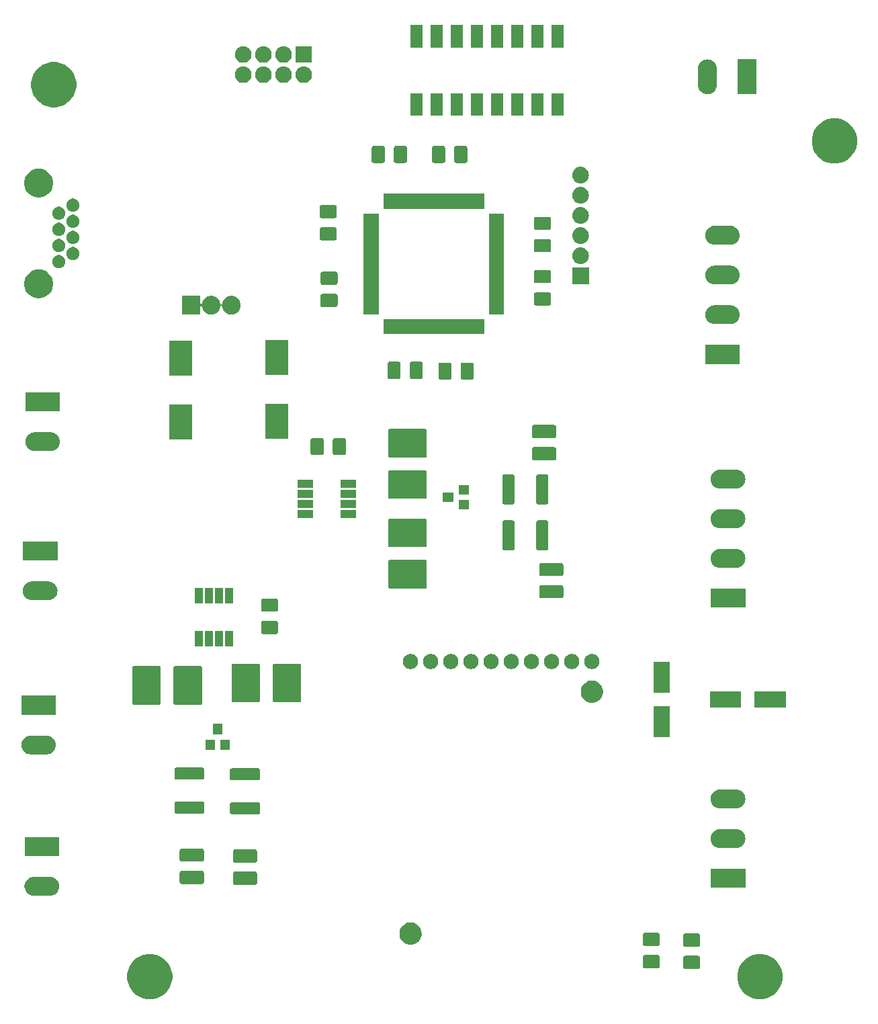
<source format=gts>
G04 #@! TF.GenerationSoftware,KiCad,Pcbnew,5.0.1-33cea8e~66~ubuntu18.04.1*
G04 #@! TF.CreationDate,2018-10-17T12:33:42-04:00*
G04 #@! TF.ProjectId,BackPanel,4261636B50616E656C2E6B696361645F,rev?*
G04 #@! TF.SameCoordinates,Original*
G04 #@! TF.FileFunction,Soldermask,Top*
G04 #@! TF.FilePolarity,Negative*
%FSLAX46Y46*%
G04 Gerber Fmt 4.6, Leading zero omitted, Abs format (unit mm)*
G04 Created by KiCad (PCBNEW 5.0.1-33cea8e~66~ubuntu18.04.1) date Wed 17 Oct 2018 12:33:42 PM EDT*
%MOMM*%
%LPD*%
G01*
G04 APERTURE LIST*
%ADD10C,0.100000*%
G04 APERTURE END LIST*
D10*
G36*
X187231312Y-144959523D02*
X187749982Y-145174363D01*
X188216772Y-145486262D01*
X188613738Y-145883228D01*
X188925637Y-146350018D01*
X189140477Y-146868688D01*
X189250000Y-147419298D01*
X189250000Y-147980702D01*
X189140477Y-148531312D01*
X188925637Y-149049982D01*
X188613738Y-149516772D01*
X188216772Y-149913738D01*
X187749982Y-150225637D01*
X187231312Y-150440477D01*
X186680702Y-150550000D01*
X186119298Y-150550000D01*
X185568688Y-150440477D01*
X185050018Y-150225637D01*
X184583228Y-149913738D01*
X184186262Y-149516772D01*
X183874363Y-149049982D01*
X183659523Y-148531312D01*
X183550000Y-147980702D01*
X183550000Y-147419298D01*
X183659523Y-146868688D01*
X183874363Y-146350018D01*
X184186262Y-145883228D01*
X184583228Y-145486262D01*
X185050018Y-145174363D01*
X185568688Y-144959523D01*
X186119298Y-144850000D01*
X186680702Y-144850000D01*
X187231312Y-144959523D01*
X187231312Y-144959523D01*
G37*
G36*
X110331312Y-144959523D02*
X110849982Y-145174363D01*
X111316772Y-145486262D01*
X111713738Y-145883228D01*
X112025637Y-146350018D01*
X112240477Y-146868688D01*
X112350000Y-147419298D01*
X112350000Y-147980702D01*
X112240477Y-148531312D01*
X112025637Y-149049982D01*
X111713738Y-149516772D01*
X111316772Y-149913738D01*
X110849982Y-150225637D01*
X110331312Y-150440477D01*
X109780702Y-150550000D01*
X109219298Y-150550000D01*
X108668688Y-150440477D01*
X108150018Y-150225637D01*
X107683228Y-149913738D01*
X107286262Y-149516772D01*
X106974363Y-149049982D01*
X106759523Y-148531312D01*
X106650000Y-147980702D01*
X106650000Y-147419298D01*
X106759523Y-146868688D01*
X106974363Y-146350018D01*
X107286262Y-145883228D01*
X107683228Y-145486262D01*
X108150018Y-145174363D01*
X108668688Y-144959523D01*
X109219298Y-144850000D01*
X109780702Y-144850000D01*
X110331312Y-144959523D01*
X110331312Y-144959523D01*
G37*
G36*
X178669628Y-145080493D02*
X178717354Y-145094970D01*
X178761336Y-145118479D01*
X178799885Y-145150115D01*
X178831521Y-145188664D01*
X178855030Y-145232646D01*
X178869507Y-145280372D01*
X178875000Y-145336141D01*
X178875000Y-146463859D01*
X178869507Y-146519628D01*
X178855030Y-146567354D01*
X178831521Y-146611336D01*
X178799885Y-146649885D01*
X178761336Y-146681521D01*
X178717354Y-146705030D01*
X178669628Y-146719507D01*
X178613859Y-146725000D01*
X176986141Y-146725000D01*
X176930372Y-146719507D01*
X176882646Y-146705030D01*
X176838664Y-146681521D01*
X176800115Y-146649885D01*
X176768479Y-146611336D01*
X176744970Y-146567354D01*
X176730493Y-146519628D01*
X176725000Y-146463859D01*
X176725000Y-145336141D01*
X176730493Y-145280372D01*
X176744970Y-145232646D01*
X176768479Y-145188664D01*
X176800115Y-145150115D01*
X176838664Y-145118479D01*
X176882646Y-145094970D01*
X176930372Y-145080493D01*
X176986141Y-145075000D01*
X178613859Y-145075000D01*
X178669628Y-145080493D01*
X178669628Y-145080493D01*
G37*
G36*
X173569628Y-144980493D02*
X173617354Y-144994970D01*
X173661336Y-145018479D01*
X173699885Y-145050115D01*
X173731521Y-145088664D01*
X173755030Y-145132646D01*
X173769507Y-145180372D01*
X173775000Y-145236141D01*
X173775000Y-146363859D01*
X173769507Y-146419628D01*
X173755030Y-146467354D01*
X173731521Y-146511336D01*
X173699885Y-146549885D01*
X173661336Y-146581521D01*
X173617354Y-146605030D01*
X173569628Y-146619507D01*
X173513859Y-146625000D01*
X171886141Y-146625000D01*
X171830372Y-146619507D01*
X171782646Y-146605030D01*
X171738664Y-146581521D01*
X171700115Y-146549885D01*
X171668479Y-146511336D01*
X171644970Y-146467354D01*
X171630493Y-146419628D01*
X171625000Y-146363859D01*
X171625000Y-145236141D01*
X171630493Y-145180372D01*
X171644970Y-145132646D01*
X171668479Y-145088664D01*
X171700115Y-145050115D01*
X171738664Y-145018479D01*
X171782646Y-144994970D01*
X171830372Y-144980493D01*
X171886141Y-144975000D01*
X173513859Y-144975000D01*
X173569628Y-144980493D01*
X173569628Y-144980493D01*
G37*
G36*
X178669628Y-142280493D02*
X178717354Y-142294970D01*
X178761336Y-142318479D01*
X178799885Y-142350115D01*
X178831521Y-142388664D01*
X178855030Y-142432646D01*
X178869507Y-142480372D01*
X178875000Y-142536141D01*
X178875000Y-143663859D01*
X178869507Y-143719628D01*
X178855030Y-143767354D01*
X178831521Y-143811336D01*
X178799885Y-143849885D01*
X178761336Y-143881521D01*
X178717354Y-143905030D01*
X178669628Y-143919507D01*
X178613859Y-143925000D01*
X176986141Y-143925000D01*
X176930372Y-143919507D01*
X176882646Y-143905030D01*
X176838664Y-143881521D01*
X176800115Y-143849885D01*
X176768479Y-143811336D01*
X176744970Y-143767354D01*
X176730493Y-143719628D01*
X176725000Y-143663859D01*
X176725000Y-142536141D01*
X176730493Y-142480372D01*
X176744970Y-142432646D01*
X176768479Y-142388664D01*
X176800115Y-142350115D01*
X176838664Y-142318479D01*
X176882646Y-142294970D01*
X176930372Y-142280493D01*
X176986141Y-142275000D01*
X178613859Y-142275000D01*
X178669628Y-142280493D01*
X178669628Y-142280493D01*
G37*
G36*
X173569628Y-142180493D02*
X173617354Y-142194970D01*
X173661336Y-142218479D01*
X173699885Y-142250115D01*
X173731521Y-142288664D01*
X173755030Y-142332646D01*
X173769507Y-142380372D01*
X173775000Y-142436141D01*
X173775000Y-143563859D01*
X173769507Y-143619628D01*
X173755030Y-143667354D01*
X173731521Y-143711336D01*
X173699885Y-143749885D01*
X173661336Y-143781521D01*
X173617354Y-143805030D01*
X173569628Y-143819507D01*
X173513859Y-143825000D01*
X171886141Y-143825000D01*
X171830372Y-143819507D01*
X171782646Y-143805030D01*
X171738664Y-143781521D01*
X171700115Y-143749885D01*
X171668479Y-143711336D01*
X171644970Y-143667354D01*
X171630493Y-143619628D01*
X171625000Y-143563859D01*
X171625000Y-142436141D01*
X171630493Y-142380372D01*
X171644970Y-142332646D01*
X171668479Y-142288664D01*
X171700115Y-142250115D01*
X171738664Y-142218479D01*
X171782646Y-142194970D01*
X171830372Y-142180493D01*
X171886141Y-142175000D01*
X173513859Y-142175000D01*
X173569628Y-142180493D01*
X173569628Y-142180493D01*
G37*
G36*
X142617221Y-140895120D02*
X142780261Y-140927551D01*
X143036227Y-141033576D01*
X143036228Y-141033577D01*
X143266594Y-141187502D01*
X143462498Y-141383406D01*
X143462500Y-141383409D01*
X143616424Y-141613773D01*
X143722449Y-141869739D01*
X143754880Y-142032779D01*
X143776500Y-142141470D01*
X143776500Y-142418530D01*
X143759300Y-142505000D01*
X143722449Y-142690261D01*
X143616424Y-142946227D01*
X143616423Y-142946228D01*
X143462498Y-143176594D01*
X143266594Y-143372498D01*
X143266591Y-143372500D01*
X143036227Y-143526424D01*
X142780261Y-143632449D01*
X142622352Y-143663859D01*
X142508530Y-143686500D01*
X142231470Y-143686500D01*
X142117648Y-143663859D01*
X141959739Y-143632449D01*
X141703773Y-143526424D01*
X141473409Y-143372500D01*
X141473406Y-143372498D01*
X141277502Y-143176594D01*
X141123577Y-142946228D01*
X141123576Y-142946227D01*
X141017551Y-142690261D01*
X140980700Y-142505000D01*
X140963500Y-142418530D01*
X140963500Y-142141470D01*
X140985120Y-142032779D01*
X141017551Y-141869739D01*
X141123576Y-141613773D01*
X141277500Y-141383409D01*
X141277502Y-141383406D01*
X141473406Y-141187502D01*
X141703772Y-141033577D01*
X141703773Y-141033576D01*
X141959739Y-140927551D01*
X142122779Y-140895120D01*
X142231470Y-140873500D01*
X142508530Y-140873500D01*
X142617221Y-140895120D01*
X142617221Y-140895120D01*
G37*
G36*
X96983418Y-135113444D02*
X97123281Y-135127219D01*
X97347596Y-135195265D01*
X97554327Y-135305764D01*
X97735528Y-135454472D01*
X97884236Y-135635673D01*
X97994735Y-135842404D01*
X98062781Y-136066719D01*
X98085757Y-136300000D01*
X98062781Y-136533281D01*
X97994735Y-136757596D01*
X97884236Y-136964327D01*
X97735528Y-137145528D01*
X97554327Y-137294236D01*
X97347596Y-137404735D01*
X97123281Y-137472781D01*
X96983418Y-137486556D01*
X96948453Y-137490000D01*
X94851547Y-137490000D01*
X94816582Y-137486556D01*
X94676719Y-137472781D01*
X94452404Y-137404735D01*
X94245673Y-137294236D01*
X94064472Y-137145528D01*
X93915764Y-136964327D01*
X93805265Y-136757596D01*
X93737219Y-136533281D01*
X93714243Y-136300000D01*
X93737219Y-136066719D01*
X93805265Y-135842404D01*
X93915764Y-135635673D01*
X94064472Y-135454472D01*
X94245673Y-135305764D01*
X94452404Y-135195265D01*
X94676719Y-135127219D01*
X94816582Y-135113444D01*
X94851547Y-135110000D01*
X96948453Y-135110000D01*
X96983418Y-135113444D01*
X96983418Y-135113444D01*
G37*
G36*
X184580000Y-136490000D02*
X180220000Y-136490000D01*
X180220000Y-134110000D01*
X184580000Y-134110000D01*
X184580000Y-136490000D01*
X184580000Y-136490000D01*
G37*
G36*
X122819628Y-134480493D02*
X122867354Y-134494970D01*
X122911336Y-134518479D01*
X122949885Y-134550115D01*
X122981521Y-134588664D01*
X123005030Y-134632646D01*
X123019507Y-134680372D01*
X123025000Y-134736141D01*
X123025000Y-135863859D01*
X123019507Y-135919628D01*
X123005030Y-135967354D01*
X122981521Y-136011336D01*
X122949885Y-136049885D01*
X122911336Y-136081521D01*
X122867354Y-136105030D01*
X122819628Y-136119507D01*
X122763859Y-136125000D01*
X120236141Y-136125000D01*
X120180372Y-136119507D01*
X120132646Y-136105030D01*
X120088664Y-136081521D01*
X120050115Y-136049885D01*
X120018479Y-136011336D01*
X119994970Y-135967354D01*
X119980493Y-135919628D01*
X119975000Y-135863859D01*
X119975000Y-134736141D01*
X119980493Y-134680372D01*
X119994970Y-134632646D01*
X120018479Y-134588664D01*
X120050115Y-134550115D01*
X120088664Y-134518479D01*
X120132646Y-134494970D01*
X120180372Y-134480493D01*
X120236141Y-134475000D01*
X122763859Y-134475000D01*
X122819628Y-134480493D01*
X122819628Y-134480493D01*
G37*
G36*
X116119628Y-134380493D02*
X116167354Y-134394970D01*
X116211336Y-134418479D01*
X116249885Y-134450115D01*
X116281521Y-134488664D01*
X116305030Y-134532646D01*
X116319507Y-134580372D01*
X116325000Y-134636141D01*
X116325000Y-135763859D01*
X116319507Y-135819628D01*
X116305030Y-135867354D01*
X116281521Y-135911336D01*
X116249885Y-135949885D01*
X116211336Y-135981521D01*
X116167354Y-136005030D01*
X116119628Y-136019507D01*
X116063859Y-136025000D01*
X113536141Y-136025000D01*
X113480372Y-136019507D01*
X113432646Y-136005030D01*
X113388664Y-135981521D01*
X113350115Y-135949885D01*
X113318479Y-135911336D01*
X113294970Y-135867354D01*
X113280493Y-135819628D01*
X113275000Y-135763859D01*
X113275000Y-134636141D01*
X113280493Y-134580372D01*
X113294970Y-134532646D01*
X113318479Y-134488664D01*
X113350115Y-134450115D01*
X113388664Y-134418479D01*
X113432646Y-134394970D01*
X113480372Y-134380493D01*
X113536141Y-134375000D01*
X116063859Y-134375000D01*
X116119628Y-134380493D01*
X116119628Y-134380493D01*
G37*
G36*
X122819628Y-131680493D02*
X122867354Y-131694970D01*
X122911336Y-131718479D01*
X122949885Y-131750115D01*
X122981521Y-131788664D01*
X123005030Y-131832646D01*
X123019507Y-131880372D01*
X123025000Y-131936141D01*
X123025000Y-133063859D01*
X123019507Y-133119628D01*
X123005030Y-133167354D01*
X122981521Y-133211336D01*
X122949885Y-133249885D01*
X122911336Y-133281521D01*
X122867354Y-133305030D01*
X122819628Y-133319507D01*
X122763859Y-133325000D01*
X120236141Y-133325000D01*
X120180372Y-133319507D01*
X120132646Y-133305030D01*
X120088664Y-133281521D01*
X120050115Y-133249885D01*
X120018479Y-133211336D01*
X119994970Y-133167354D01*
X119980493Y-133119628D01*
X119975000Y-133063859D01*
X119975000Y-131936141D01*
X119980493Y-131880372D01*
X119994970Y-131832646D01*
X120018479Y-131788664D01*
X120050115Y-131750115D01*
X120088664Y-131718479D01*
X120132646Y-131694970D01*
X120180372Y-131680493D01*
X120236141Y-131675000D01*
X122763859Y-131675000D01*
X122819628Y-131680493D01*
X122819628Y-131680493D01*
G37*
G36*
X116119628Y-131580493D02*
X116167354Y-131594970D01*
X116211336Y-131618479D01*
X116249885Y-131650115D01*
X116281521Y-131688664D01*
X116305030Y-131732646D01*
X116319507Y-131780372D01*
X116325000Y-131836141D01*
X116325000Y-132963859D01*
X116319507Y-133019628D01*
X116305030Y-133067354D01*
X116281521Y-133111336D01*
X116249885Y-133149885D01*
X116211336Y-133181521D01*
X116167354Y-133205030D01*
X116119628Y-133219507D01*
X116063859Y-133225000D01*
X113536141Y-133225000D01*
X113480372Y-133219507D01*
X113432646Y-133205030D01*
X113388664Y-133181521D01*
X113350115Y-133149885D01*
X113318479Y-133111336D01*
X113294970Y-133067354D01*
X113280493Y-133019628D01*
X113275000Y-132963859D01*
X113275000Y-131836141D01*
X113280493Y-131780372D01*
X113294970Y-131732646D01*
X113318479Y-131688664D01*
X113350115Y-131650115D01*
X113388664Y-131618479D01*
X113432646Y-131594970D01*
X113480372Y-131580493D01*
X113536141Y-131575000D01*
X116063859Y-131575000D01*
X116119628Y-131580493D01*
X116119628Y-131580493D01*
G37*
G36*
X98080000Y-132490000D02*
X93720000Y-132490000D01*
X93720000Y-130110000D01*
X98080000Y-130110000D01*
X98080000Y-132490000D01*
X98080000Y-132490000D01*
G37*
G36*
X183483418Y-129113444D02*
X183623281Y-129127219D01*
X183847596Y-129195265D01*
X184054327Y-129305764D01*
X184235528Y-129454472D01*
X184384236Y-129635673D01*
X184494735Y-129842404D01*
X184562781Y-130066719D01*
X184585757Y-130300000D01*
X184562781Y-130533281D01*
X184494735Y-130757596D01*
X184384236Y-130964327D01*
X184235528Y-131145528D01*
X184054327Y-131294236D01*
X183847596Y-131404735D01*
X183623281Y-131472781D01*
X183483418Y-131486556D01*
X183448453Y-131490000D01*
X181351547Y-131490000D01*
X181316582Y-131486556D01*
X181176719Y-131472781D01*
X180952404Y-131404735D01*
X180745673Y-131294236D01*
X180564472Y-131145528D01*
X180415764Y-130964327D01*
X180305265Y-130757596D01*
X180237219Y-130533281D01*
X180214243Y-130300000D01*
X180237219Y-130066719D01*
X180305265Y-129842404D01*
X180415764Y-129635673D01*
X180564472Y-129454472D01*
X180745673Y-129305764D01*
X180952404Y-129195265D01*
X181176719Y-129127219D01*
X181316582Y-129113444D01*
X181351547Y-129110000D01*
X183448453Y-129110000D01*
X183483418Y-129113444D01*
X183483418Y-129113444D01*
G37*
G36*
X123183002Y-125718770D02*
X123233437Y-125734069D01*
X123279913Y-125758912D01*
X123320654Y-125792346D01*
X123354088Y-125833087D01*
X123378931Y-125879563D01*
X123394230Y-125929998D01*
X123400000Y-125988584D01*
X123400000Y-126962416D01*
X123394230Y-127021002D01*
X123378931Y-127071437D01*
X123354088Y-127117913D01*
X123320654Y-127158654D01*
X123279913Y-127192088D01*
X123233437Y-127216931D01*
X123183002Y-127232230D01*
X123124416Y-127238000D01*
X119875584Y-127238000D01*
X119816998Y-127232230D01*
X119766563Y-127216931D01*
X119720087Y-127192088D01*
X119679346Y-127158654D01*
X119645912Y-127117913D01*
X119621069Y-127071437D01*
X119605770Y-127021002D01*
X119600000Y-126962416D01*
X119600000Y-125988584D01*
X119605770Y-125929998D01*
X119621069Y-125879563D01*
X119645912Y-125833087D01*
X119679346Y-125792346D01*
X119720087Y-125758912D01*
X119766563Y-125734069D01*
X119816998Y-125718770D01*
X119875584Y-125713000D01*
X123124416Y-125713000D01*
X123183002Y-125718770D01*
X123183002Y-125718770D01*
G37*
G36*
X116183002Y-125642770D02*
X116233437Y-125658069D01*
X116279913Y-125682912D01*
X116320654Y-125716346D01*
X116354088Y-125757087D01*
X116378931Y-125803563D01*
X116394230Y-125853998D01*
X116400000Y-125912584D01*
X116400000Y-126886416D01*
X116394230Y-126945002D01*
X116378931Y-126995437D01*
X116354088Y-127041913D01*
X116320654Y-127082654D01*
X116279913Y-127116088D01*
X116233437Y-127140931D01*
X116183002Y-127156230D01*
X116124416Y-127162000D01*
X112875584Y-127162000D01*
X112816998Y-127156230D01*
X112766563Y-127140931D01*
X112720087Y-127116088D01*
X112679346Y-127082654D01*
X112645912Y-127041913D01*
X112621069Y-126995437D01*
X112605770Y-126945002D01*
X112600000Y-126886416D01*
X112600000Y-125912584D01*
X112605770Y-125853998D01*
X112621069Y-125803563D01*
X112645912Y-125757087D01*
X112679346Y-125716346D01*
X112720087Y-125682912D01*
X112766563Y-125658069D01*
X112816998Y-125642770D01*
X112875584Y-125637000D01*
X116124416Y-125637000D01*
X116183002Y-125642770D01*
X116183002Y-125642770D01*
G37*
G36*
X183483418Y-124113444D02*
X183623281Y-124127219D01*
X183847596Y-124195265D01*
X184054327Y-124305764D01*
X184235528Y-124454472D01*
X184384236Y-124635673D01*
X184494735Y-124842404D01*
X184562781Y-125066719D01*
X184585757Y-125300000D01*
X184562781Y-125533281D01*
X184494735Y-125757596D01*
X184384236Y-125964327D01*
X184235528Y-126145528D01*
X184054327Y-126294236D01*
X183847596Y-126404735D01*
X183623281Y-126472781D01*
X183483418Y-126486556D01*
X183448453Y-126490000D01*
X181351547Y-126490000D01*
X181316582Y-126486556D01*
X181176719Y-126472781D01*
X180952404Y-126404735D01*
X180745673Y-126294236D01*
X180564472Y-126145528D01*
X180415764Y-125964327D01*
X180305265Y-125757596D01*
X180237219Y-125533281D01*
X180214243Y-125300000D01*
X180237219Y-125066719D01*
X180305265Y-124842404D01*
X180415764Y-124635673D01*
X180564472Y-124454472D01*
X180745673Y-124305764D01*
X180952404Y-124195265D01*
X181176719Y-124127219D01*
X181316582Y-124113444D01*
X181351547Y-124110000D01*
X183448453Y-124110000D01*
X183483418Y-124113444D01*
X183483418Y-124113444D01*
G37*
G36*
X123183002Y-121443770D02*
X123233437Y-121459069D01*
X123279913Y-121483912D01*
X123320654Y-121517346D01*
X123354088Y-121558087D01*
X123378931Y-121604563D01*
X123394230Y-121654998D01*
X123400000Y-121713584D01*
X123400000Y-122687416D01*
X123394230Y-122746002D01*
X123378931Y-122796437D01*
X123354088Y-122842913D01*
X123320654Y-122883654D01*
X123279913Y-122917088D01*
X123233437Y-122941931D01*
X123183002Y-122957230D01*
X123124416Y-122963000D01*
X119875584Y-122963000D01*
X119816998Y-122957230D01*
X119766563Y-122941931D01*
X119720087Y-122917088D01*
X119679346Y-122883654D01*
X119645912Y-122842913D01*
X119621069Y-122796437D01*
X119605770Y-122746002D01*
X119600000Y-122687416D01*
X119600000Y-121713584D01*
X119605770Y-121654998D01*
X119621069Y-121604563D01*
X119645912Y-121558087D01*
X119679346Y-121517346D01*
X119720087Y-121483912D01*
X119766563Y-121459069D01*
X119816998Y-121443770D01*
X119875584Y-121438000D01*
X123124416Y-121438000D01*
X123183002Y-121443770D01*
X123183002Y-121443770D01*
G37*
G36*
X116183002Y-121367770D02*
X116233437Y-121383069D01*
X116279913Y-121407912D01*
X116320654Y-121441346D01*
X116354088Y-121482087D01*
X116378931Y-121528563D01*
X116394230Y-121578998D01*
X116400000Y-121637584D01*
X116400000Y-122611416D01*
X116394230Y-122670002D01*
X116378931Y-122720437D01*
X116354088Y-122766913D01*
X116320654Y-122807654D01*
X116279913Y-122841088D01*
X116233437Y-122865931D01*
X116183002Y-122881230D01*
X116124416Y-122887000D01*
X112875584Y-122887000D01*
X112816998Y-122881230D01*
X112766563Y-122865931D01*
X112720087Y-122841088D01*
X112679346Y-122807654D01*
X112645912Y-122766913D01*
X112621069Y-122720437D01*
X112605770Y-122670002D01*
X112600000Y-122611416D01*
X112600000Y-121637584D01*
X112605770Y-121578998D01*
X112621069Y-121528563D01*
X112645912Y-121482087D01*
X112679346Y-121441346D01*
X112720087Y-121407912D01*
X112766563Y-121383069D01*
X112816998Y-121367770D01*
X112875584Y-121362000D01*
X116124416Y-121362000D01*
X116183002Y-121367770D01*
X116183002Y-121367770D01*
G37*
G36*
X96583418Y-117313444D02*
X96723281Y-117327219D01*
X96947596Y-117395265D01*
X97154327Y-117505764D01*
X97335528Y-117654472D01*
X97484236Y-117835673D01*
X97594735Y-118042404D01*
X97662781Y-118266719D01*
X97685757Y-118500000D01*
X97662781Y-118733281D01*
X97594735Y-118957596D01*
X97484236Y-119164327D01*
X97335528Y-119345528D01*
X97154327Y-119494236D01*
X96947596Y-119604735D01*
X96723281Y-119672781D01*
X96583418Y-119686556D01*
X96548453Y-119690000D01*
X94451547Y-119690000D01*
X94416582Y-119686556D01*
X94276719Y-119672781D01*
X94052404Y-119604735D01*
X93845673Y-119494236D01*
X93664472Y-119345528D01*
X93515764Y-119164327D01*
X93405265Y-118957596D01*
X93337219Y-118733281D01*
X93314243Y-118500000D01*
X93337219Y-118266719D01*
X93405265Y-118042404D01*
X93515764Y-117835673D01*
X93664472Y-117654472D01*
X93845673Y-117505764D01*
X94052404Y-117395265D01*
X94276719Y-117327219D01*
X94416582Y-117313444D01*
X94451547Y-117310000D01*
X96548453Y-117310000D01*
X96583418Y-117313444D01*
X96583418Y-117313444D01*
G37*
G36*
X117700000Y-119150000D02*
X116500000Y-119150000D01*
X116500000Y-117850000D01*
X117700000Y-117850000D01*
X117700000Y-119150000D01*
X117700000Y-119150000D01*
G37*
G36*
X119600000Y-119150000D02*
X118400000Y-119150000D01*
X118400000Y-117850000D01*
X119600000Y-117850000D01*
X119600000Y-119150000D01*
X119600000Y-119150000D01*
G37*
G36*
X175000000Y-117550000D02*
X173000000Y-117550000D01*
X173000000Y-113650000D01*
X175000000Y-113650000D01*
X175000000Y-117550000D01*
X175000000Y-117550000D01*
G37*
G36*
X118650000Y-117150000D02*
X117450000Y-117150000D01*
X117450000Y-115850000D01*
X118650000Y-115850000D01*
X118650000Y-117150000D01*
X118650000Y-117150000D01*
G37*
G36*
X97680000Y-114690000D02*
X93320000Y-114690000D01*
X93320000Y-112310000D01*
X97680000Y-112310000D01*
X97680000Y-114690000D01*
X97680000Y-114690000D01*
G37*
G36*
X189650000Y-113800000D02*
X185750000Y-113800000D01*
X185750000Y-111800000D01*
X189650000Y-111800000D01*
X189650000Y-113800000D01*
X189650000Y-113800000D01*
G37*
G36*
X184050000Y-113800000D02*
X180150000Y-113800000D01*
X180150000Y-111800000D01*
X184050000Y-111800000D01*
X184050000Y-113800000D01*
X184050000Y-113800000D01*
G37*
G36*
X110758393Y-108578970D02*
X110791257Y-108588940D01*
X110821539Y-108605125D01*
X110848087Y-108626913D01*
X110869875Y-108653461D01*
X110886060Y-108683743D01*
X110896030Y-108716607D01*
X110900000Y-108756919D01*
X110900000Y-113243081D01*
X110896030Y-113283393D01*
X110886060Y-113316257D01*
X110869875Y-113346539D01*
X110848087Y-113373087D01*
X110821539Y-113394875D01*
X110791257Y-113411060D01*
X110758393Y-113421030D01*
X110718081Y-113425000D01*
X107481919Y-113425000D01*
X107441607Y-113421030D01*
X107408743Y-113411060D01*
X107378461Y-113394875D01*
X107351913Y-113373087D01*
X107330125Y-113346539D01*
X107313940Y-113316257D01*
X107303970Y-113283393D01*
X107300000Y-113243081D01*
X107300000Y-108756919D01*
X107303970Y-108716607D01*
X107313940Y-108683743D01*
X107330125Y-108653461D01*
X107351913Y-108626913D01*
X107378461Y-108605125D01*
X107408743Y-108588940D01*
X107441607Y-108578970D01*
X107481919Y-108575000D01*
X110718081Y-108575000D01*
X110758393Y-108578970D01*
X110758393Y-108578970D01*
G37*
G36*
X115958393Y-108578970D02*
X115991257Y-108588940D01*
X116021539Y-108605125D01*
X116048087Y-108626913D01*
X116069875Y-108653461D01*
X116086060Y-108683743D01*
X116096030Y-108716607D01*
X116100000Y-108756919D01*
X116100000Y-113243081D01*
X116096030Y-113283393D01*
X116086060Y-113316257D01*
X116069875Y-113346539D01*
X116048087Y-113373087D01*
X116021539Y-113394875D01*
X115991257Y-113411060D01*
X115958393Y-113421030D01*
X115918081Y-113425000D01*
X112681919Y-113425000D01*
X112641607Y-113421030D01*
X112608743Y-113411060D01*
X112578461Y-113394875D01*
X112551913Y-113373087D01*
X112530125Y-113346539D01*
X112513940Y-113316257D01*
X112503970Y-113283393D01*
X112500000Y-113243081D01*
X112500000Y-108756919D01*
X112503970Y-108716607D01*
X112513940Y-108683743D01*
X112530125Y-108653461D01*
X112551913Y-108626913D01*
X112578461Y-108605125D01*
X112608743Y-108588940D01*
X112641607Y-108578970D01*
X112681919Y-108575000D01*
X115918081Y-108575000D01*
X115958393Y-108578970D01*
X115958393Y-108578970D01*
G37*
G36*
X165477221Y-110415120D02*
X165640261Y-110447551D01*
X165896227Y-110553576D01*
X165896228Y-110553577D01*
X166126594Y-110707502D01*
X166322498Y-110903406D01*
X166322500Y-110903409D01*
X166476424Y-111133773D01*
X166582449Y-111389739D01*
X166636500Y-111661472D01*
X166636500Y-111938528D01*
X166582449Y-112210261D01*
X166476424Y-112466227D01*
X166476423Y-112466228D01*
X166322498Y-112696594D01*
X166126594Y-112892498D01*
X166126591Y-112892500D01*
X165896227Y-113046424D01*
X165640261Y-113152449D01*
X165477221Y-113184880D01*
X165368530Y-113206500D01*
X165091470Y-113206500D01*
X164982779Y-113184880D01*
X164819739Y-113152449D01*
X164563773Y-113046424D01*
X164333409Y-112892500D01*
X164333406Y-112892498D01*
X164137502Y-112696594D01*
X163983577Y-112466228D01*
X163983576Y-112466227D01*
X163877551Y-112210261D01*
X163823500Y-111938528D01*
X163823500Y-111661472D01*
X163877551Y-111389739D01*
X163983576Y-111133773D01*
X164137500Y-110903409D01*
X164137502Y-110903406D01*
X164333406Y-110707502D01*
X164563772Y-110553577D01*
X164563773Y-110553576D01*
X164819739Y-110447551D01*
X164982779Y-110415120D01*
X165091470Y-110393500D01*
X165368530Y-110393500D01*
X165477221Y-110415120D01*
X165477221Y-110415120D01*
G37*
G36*
X128458393Y-108278970D02*
X128491257Y-108288940D01*
X128521539Y-108305125D01*
X128548087Y-108326913D01*
X128569875Y-108353461D01*
X128586060Y-108383743D01*
X128596030Y-108416607D01*
X128600000Y-108456919D01*
X128600000Y-112943081D01*
X128596030Y-112983393D01*
X128586060Y-113016257D01*
X128569875Y-113046539D01*
X128548087Y-113073087D01*
X128521539Y-113094875D01*
X128491257Y-113111060D01*
X128458393Y-113121030D01*
X128418081Y-113125000D01*
X125181919Y-113125000D01*
X125141607Y-113121030D01*
X125108743Y-113111060D01*
X125078461Y-113094875D01*
X125051913Y-113073087D01*
X125030125Y-113046539D01*
X125013940Y-113016257D01*
X125003970Y-112983393D01*
X125000000Y-112943081D01*
X125000000Y-108456919D01*
X125003970Y-108416607D01*
X125013940Y-108383743D01*
X125030125Y-108353461D01*
X125051913Y-108326913D01*
X125078461Y-108305125D01*
X125108743Y-108288940D01*
X125141607Y-108278970D01*
X125181919Y-108275000D01*
X128418081Y-108275000D01*
X128458393Y-108278970D01*
X128458393Y-108278970D01*
G37*
G36*
X123258393Y-108278970D02*
X123291257Y-108288940D01*
X123321539Y-108305125D01*
X123348087Y-108326913D01*
X123369875Y-108353461D01*
X123386060Y-108383743D01*
X123396030Y-108416607D01*
X123400000Y-108456919D01*
X123400000Y-112943081D01*
X123396030Y-112983393D01*
X123386060Y-113016257D01*
X123369875Y-113046539D01*
X123348087Y-113073087D01*
X123321539Y-113094875D01*
X123291257Y-113111060D01*
X123258393Y-113121030D01*
X123218081Y-113125000D01*
X119981919Y-113125000D01*
X119941607Y-113121030D01*
X119908743Y-113111060D01*
X119878461Y-113094875D01*
X119851913Y-113073087D01*
X119830125Y-113046539D01*
X119813940Y-113016257D01*
X119803970Y-112983393D01*
X119800000Y-112943081D01*
X119800000Y-108456919D01*
X119803970Y-108416607D01*
X119813940Y-108383743D01*
X119830125Y-108353461D01*
X119851913Y-108326913D01*
X119878461Y-108305125D01*
X119908743Y-108288940D01*
X119941607Y-108278970D01*
X119981919Y-108275000D01*
X123218081Y-108275000D01*
X123258393Y-108278970D01*
X123258393Y-108278970D01*
G37*
G36*
X175000000Y-111950000D02*
X173000000Y-111950000D01*
X173000000Y-108050000D01*
X175000000Y-108050000D01*
X175000000Y-111950000D01*
X175000000Y-111950000D01*
G37*
G36*
X142650603Y-107064968D02*
X142650606Y-107064969D01*
X142650605Y-107064969D01*
X142825678Y-107137486D01*
X142825679Y-107137487D01*
X142983241Y-107242767D01*
X143117233Y-107376759D01*
X143117234Y-107376761D01*
X143222514Y-107534322D01*
X143278603Y-107669734D01*
X143295032Y-107709397D01*
X143332000Y-107895250D01*
X143332000Y-108084750D01*
X143295032Y-108270603D01*
X143284343Y-108296409D01*
X143222514Y-108445678D01*
X143222513Y-108445679D01*
X143117233Y-108603241D01*
X142983241Y-108737233D01*
X142966199Y-108748620D01*
X142825678Y-108842514D01*
X142690266Y-108898603D01*
X142650603Y-108915032D01*
X142464750Y-108952000D01*
X142275250Y-108952000D01*
X142089397Y-108915032D01*
X142049734Y-108898603D01*
X141914322Y-108842514D01*
X141773801Y-108748620D01*
X141756759Y-108737233D01*
X141622767Y-108603241D01*
X141517487Y-108445679D01*
X141517486Y-108445678D01*
X141455657Y-108296409D01*
X141444968Y-108270603D01*
X141408000Y-108084750D01*
X141408000Y-107895250D01*
X141444968Y-107709397D01*
X141461397Y-107669734D01*
X141517486Y-107534322D01*
X141622766Y-107376761D01*
X141622767Y-107376759D01*
X141756759Y-107242767D01*
X141914321Y-107137487D01*
X141914322Y-107137486D01*
X142089395Y-107064969D01*
X142089394Y-107064969D01*
X142089397Y-107064968D01*
X142275250Y-107028000D01*
X142464750Y-107028000D01*
X142650603Y-107064968D01*
X142650603Y-107064968D01*
G37*
G36*
X145190603Y-107064968D02*
X145190606Y-107064969D01*
X145190605Y-107064969D01*
X145365678Y-107137486D01*
X145365679Y-107137487D01*
X145523241Y-107242767D01*
X145657233Y-107376759D01*
X145657234Y-107376761D01*
X145762514Y-107534322D01*
X145818603Y-107669734D01*
X145835032Y-107709397D01*
X145872000Y-107895250D01*
X145872000Y-108084750D01*
X145835032Y-108270603D01*
X145824343Y-108296409D01*
X145762514Y-108445678D01*
X145762513Y-108445679D01*
X145657233Y-108603241D01*
X145523241Y-108737233D01*
X145506199Y-108748620D01*
X145365678Y-108842514D01*
X145230266Y-108898603D01*
X145190603Y-108915032D01*
X145004750Y-108952000D01*
X144815250Y-108952000D01*
X144629397Y-108915032D01*
X144589734Y-108898603D01*
X144454322Y-108842514D01*
X144313801Y-108748620D01*
X144296759Y-108737233D01*
X144162767Y-108603241D01*
X144057487Y-108445679D01*
X144057486Y-108445678D01*
X143995657Y-108296409D01*
X143984968Y-108270603D01*
X143948000Y-108084750D01*
X143948000Y-107895250D01*
X143984968Y-107709397D01*
X144001397Y-107669734D01*
X144057486Y-107534322D01*
X144162766Y-107376761D01*
X144162767Y-107376759D01*
X144296759Y-107242767D01*
X144454321Y-107137487D01*
X144454322Y-107137486D01*
X144629395Y-107064969D01*
X144629394Y-107064969D01*
X144629397Y-107064968D01*
X144815250Y-107028000D01*
X145004750Y-107028000D01*
X145190603Y-107064968D01*
X145190603Y-107064968D01*
G37*
G36*
X147730603Y-107064968D02*
X147730606Y-107064969D01*
X147730605Y-107064969D01*
X147905678Y-107137486D01*
X147905679Y-107137487D01*
X148063241Y-107242767D01*
X148197233Y-107376759D01*
X148197234Y-107376761D01*
X148302514Y-107534322D01*
X148358603Y-107669734D01*
X148375032Y-107709397D01*
X148412000Y-107895250D01*
X148412000Y-108084750D01*
X148375032Y-108270603D01*
X148364343Y-108296409D01*
X148302514Y-108445678D01*
X148302513Y-108445679D01*
X148197233Y-108603241D01*
X148063241Y-108737233D01*
X148046199Y-108748620D01*
X147905678Y-108842514D01*
X147770266Y-108898603D01*
X147730603Y-108915032D01*
X147544750Y-108952000D01*
X147355250Y-108952000D01*
X147169397Y-108915032D01*
X147129734Y-108898603D01*
X146994322Y-108842514D01*
X146853801Y-108748620D01*
X146836759Y-108737233D01*
X146702767Y-108603241D01*
X146597487Y-108445679D01*
X146597486Y-108445678D01*
X146535657Y-108296409D01*
X146524968Y-108270603D01*
X146488000Y-108084750D01*
X146488000Y-107895250D01*
X146524968Y-107709397D01*
X146541397Y-107669734D01*
X146597486Y-107534322D01*
X146702766Y-107376761D01*
X146702767Y-107376759D01*
X146836759Y-107242767D01*
X146994321Y-107137487D01*
X146994322Y-107137486D01*
X147169395Y-107064969D01*
X147169394Y-107064969D01*
X147169397Y-107064968D01*
X147355250Y-107028000D01*
X147544750Y-107028000D01*
X147730603Y-107064968D01*
X147730603Y-107064968D01*
G37*
G36*
X150270603Y-107064968D02*
X150270606Y-107064969D01*
X150270605Y-107064969D01*
X150445678Y-107137486D01*
X150445679Y-107137487D01*
X150603241Y-107242767D01*
X150737233Y-107376759D01*
X150737234Y-107376761D01*
X150842514Y-107534322D01*
X150898603Y-107669734D01*
X150915032Y-107709397D01*
X150952000Y-107895250D01*
X150952000Y-108084750D01*
X150915032Y-108270603D01*
X150904343Y-108296409D01*
X150842514Y-108445678D01*
X150842513Y-108445679D01*
X150737233Y-108603241D01*
X150603241Y-108737233D01*
X150586199Y-108748620D01*
X150445678Y-108842514D01*
X150310266Y-108898603D01*
X150270603Y-108915032D01*
X150084750Y-108952000D01*
X149895250Y-108952000D01*
X149709397Y-108915032D01*
X149669734Y-108898603D01*
X149534322Y-108842514D01*
X149393801Y-108748620D01*
X149376759Y-108737233D01*
X149242767Y-108603241D01*
X149137487Y-108445679D01*
X149137486Y-108445678D01*
X149075657Y-108296409D01*
X149064968Y-108270603D01*
X149028000Y-108084750D01*
X149028000Y-107895250D01*
X149064968Y-107709397D01*
X149081397Y-107669734D01*
X149137486Y-107534322D01*
X149242766Y-107376761D01*
X149242767Y-107376759D01*
X149376759Y-107242767D01*
X149534321Y-107137487D01*
X149534322Y-107137486D01*
X149709395Y-107064969D01*
X149709394Y-107064969D01*
X149709397Y-107064968D01*
X149895250Y-107028000D01*
X150084750Y-107028000D01*
X150270603Y-107064968D01*
X150270603Y-107064968D01*
G37*
G36*
X152810603Y-107064968D02*
X152810606Y-107064969D01*
X152810605Y-107064969D01*
X152985678Y-107137486D01*
X152985679Y-107137487D01*
X153143241Y-107242767D01*
X153277233Y-107376759D01*
X153277234Y-107376761D01*
X153382514Y-107534322D01*
X153438603Y-107669734D01*
X153455032Y-107709397D01*
X153492000Y-107895250D01*
X153492000Y-108084750D01*
X153455032Y-108270603D01*
X153444343Y-108296409D01*
X153382514Y-108445678D01*
X153382513Y-108445679D01*
X153277233Y-108603241D01*
X153143241Y-108737233D01*
X153126199Y-108748620D01*
X152985678Y-108842514D01*
X152850266Y-108898603D01*
X152810603Y-108915032D01*
X152624750Y-108952000D01*
X152435250Y-108952000D01*
X152249397Y-108915032D01*
X152209734Y-108898603D01*
X152074322Y-108842514D01*
X151933801Y-108748620D01*
X151916759Y-108737233D01*
X151782767Y-108603241D01*
X151677487Y-108445679D01*
X151677486Y-108445678D01*
X151615657Y-108296409D01*
X151604968Y-108270603D01*
X151568000Y-108084750D01*
X151568000Y-107895250D01*
X151604968Y-107709397D01*
X151621397Y-107669734D01*
X151677486Y-107534322D01*
X151782766Y-107376761D01*
X151782767Y-107376759D01*
X151916759Y-107242767D01*
X152074321Y-107137487D01*
X152074322Y-107137486D01*
X152249395Y-107064969D01*
X152249394Y-107064969D01*
X152249397Y-107064968D01*
X152435250Y-107028000D01*
X152624750Y-107028000D01*
X152810603Y-107064968D01*
X152810603Y-107064968D01*
G37*
G36*
X157890603Y-107064968D02*
X157890606Y-107064969D01*
X157890605Y-107064969D01*
X158065678Y-107137486D01*
X158065679Y-107137487D01*
X158223241Y-107242767D01*
X158357233Y-107376759D01*
X158357234Y-107376761D01*
X158462514Y-107534322D01*
X158518603Y-107669734D01*
X158535032Y-107709397D01*
X158572000Y-107895250D01*
X158572000Y-108084750D01*
X158535032Y-108270603D01*
X158524343Y-108296409D01*
X158462514Y-108445678D01*
X158462513Y-108445679D01*
X158357233Y-108603241D01*
X158223241Y-108737233D01*
X158206199Y-108748620D01*
X158065678Y-108842514D01*
X157930266Y-108898603D01*
X157890603Y-108915032D01*
X157704750Y-108952000D01*
X157515250Y-108952000D01*
X157329397Y-108915032D01*
X157289734Y-108898603D01*
X157154322Y-108842514D01*
X157013801Y-108748620D01*
X156996759Y-108737233D01*
X156862767Y-108603241D01*
X156757487Y-108445679D01*
X156757486Y-108445678D01*
X156695657Y-108296409D01*
X156684968Y-108270603D01*
X156648000Y-108084750D01*
X156648000Y-107895250D01*
X156684968Y-107709397D01*
X156701397Y-107669734D01*
X156757486Y-107534322D01*
X156862766Y-107376761D01*
X156862767Y-107376759D01*
X156996759Y-107242767D01*
X157154321Y-107137487D01*
X157154322Y-107137486D01*
X157329395Y-107064969D01*
X157329394Y-107064969D01*
X157329397Y-107064968D01*
X157515250Y-107028000D01*
X157704750Y-107028000D01*
X157890603Y-107064968D01*
X157890603Y-107064968D01*
G37*
G36*
X155350603Y-107064968D02*
X155350606Y-107064969D01*
X155350605Y-107064969D01*
X155525678Y-107137486D01*
X155525679Y-107137487D01*
X155683241Y-107242767D01*
X155817233Y-107376759D01*
X155817234Y-107376761D01*
X155922514Y-107534322D01*
X155978603Y-107669734D01*
X155995032Y-107709397D01*
X156032000Y-107895250D01*
X156032000Y-108084750D01*
X155995032Y-108270603D01*
X155984343Y-108296409D01*
X155922514Y-108445678D01*
X155922513Y-108445679D01*
X155817233Y-108603241D01*
X155683241Y-108737233D01*
X155666199Y-108748620D01*
X155525678Y-108842514D01*
X155390266Y-108898603D01*
X155350603Y-108915032D01*
X155164750Y-108952000D01*
X154975250Y-108952000D01*
X154789397Y-108915032D01*
X154749734Y-108898603D01*
X154614322Y-108842514D01*
X154473801Y-108748620D01*
X154456759Y-108737233D01*
X154322767Y-108603241D01*
X154217487Y-108445679D01*
X154217486Y-108445678D01*
X154155657Y-108296409D01*
X154144968Y-108270603D01*
X154108000Y-108084750D01*
X154108000Y-107895250D01*
X154144968Y-107709397D01*
X154161397Y-107669734D01*
X154217486Y-107534322D01*
X154322766Y-107376761D01*
X154322767Y-107376759D01*
X154456759Y-107242767D01*
X154614321Y-107137487D01*
X154614322Y-107137486D01*
X154789395Y-107064969D01*
X154789394Y-107064969D01*
X154789397Y-107064968D01*
X154975250Y-107028000D01*
X155164750Y-107028000D01*
X155350603Y-107064968D01*
X155350603Y-107064968D01*
G37*
G36*
X165510603Y-107064968D02*
X165510606Y-107064969D01*
X165510605Y-107064969D01*
X165685678Y-107137486D01*
X165685679Y-107137487D01*
X165843241Y-107242767D01*
X165977233Y-107376759D01*
X165977234Y-107376761D01*
X166082514Y-107534322D01*
X166138603Y-107669734D01*
X166155032Y-107709397D01*
X166192000Y-107895250D01*
X166192000Y-108084750D01*
X166155032Y-108270603D01*
X166144343Y-108296409D01*
X166082514Y-108445678D01*
X166082513Y-108445679D01*
X165977233Y-108603241D01*
X165843241Y-108737233D01*
X165826199Y-108748620D01*
X165685678Y-108842514D01*
X165550266Y-108898603D01*
X165510603Y-108915032D01*
X165324750Y-108952000D01*
X165135250Y-108952000D01*
X164949397Y-108915032D01*
X164909734Y-108898603D01*
X164774322Y-108842514D01*
X164633801Y-108748620D01*
X164616759Y-108737233D01*
X164482767Y-108603241D01*
X164377487Y-108445679D01*
X164377486Y-108445678D01*
X164315657Y-108296409D01*
X164304968Y-108270603D01*
X164268000Y-108084750D01*
X164268000Y-107895250D01*
X164304968Y-107709397D01*
X164321397Y-107669734D01*
X164377486Y-107534322D01*
X164482766Y-107376761D01*
X164482767Y-107376759D01*
X164616759Y-107242767D01*
X164774321Y-107137487D01*
X164774322Y-107137486D01*
X164949395Y-107064969D01*
X164949394Y-107064969D01*
X164949397Y-107064968D01*
X165135250Y-107028000D01*
X165324750Y-107028000D01*
X165510603Y-107064968D01*
X165510603Y-107064968D01*
G37*
G36*
X160430603Y-107064968D02*
X160430606Y-107064969D01*
X160430605Y-107064969D01*
X160605678Y-107137486D01*
X160605679Y-107137487D01*
X160763241Y-107242767D01*
X160897233Y-107376759D01*
X160897234Y-107376761D01*
X161002514Y-107534322D01*
X161058603Y-107669734D01*
X161075032Y-107709397D01*
X161112000Y-107895250D01*
X161112000Y-108084750D01*
X161075032Y-108270603D01*
X161064343Y-108296409D01*
X161002514Y-108445678D01*
X161002513Y-108445679D01*
X160897233Y-108603241D01*
X160763241Y-108737233D01*
X160746199Y-108748620D01*
X160605678Y-108842514D01*
X160470266Y-108898603D01*
X160430603Y-108915032D01*
X160244750Y-108952000D01*
X160055250Y-108952000D01*
X159869397Y-108915032D01*
X159829734Y-108898603D01*
X159694322Y-108842514D01*
X159553801Y-108748620D01*
X159536759Y-108737233D01*
X159402767Y-108603241D01*
X159297487Y-108445679D01*
X159297486Y-108445678D01*
X159235657Y-108296409D01*
X159224968Y-108270603D01*
X159188000Y-108084750D01*
X159188000Y-107895250D01*
X159224968Y-107709397D01*
X159241397Y-107669734D01*
X159297486Y-107534322D01*
X159402766Y-107376761D01*
X159402767Y-107376759D01*
X159536759Y-107242767D01*
X159694321Y-107137487D01*
X159694322Y-107137486D01*
X159869395Y-107064969D01*
X159869394Y-107064969D01*
X159869397Y-107064968D01*
X160055250Y-107028000D01*
X160244750Y-107028000D01*
X160430603Y-107064968D01*
X160430603Y-107064968D01*
G37*
G36*
X162970603Y-107064968D02*
X162970606Y-107064969D01*
X162970605Y-107064969D01*
X163145678Y-107137486D01*
X163145679Y-107137487D01*
X163303241Y-107242767D01*
X163437233Y-107376759D01*
X163437234Y-107376761D01*
X163542514Y-107534322D01*
X163598603Y-107669734D01*
X163615032Y-107709397D01*
X163652000Y-107895250D01*
X163652000Y-108084750D01*
X163615032Y-108270603D01*
X163604343Y-108296409D01*
X163542514Y-108445678D01*
X163542513Y-108445679D01*
X163437233Y-108603241D01*
X163303241Y-108737233D01*
X163286199Y-108748620D01*
X163145678Y-108842514D01*
X163010266Y-108898603D01*
X162970603Y-108915032D01*
X162784750Y-108952000D01*
X162595250Y-108952000D01*
X162409397Y-108915032D01*
X162369734Y-108898603D01*
X162234322Y-108842514D01*
X162093801Y-108748620D01*
X162076759Y-108737233D01*
X161942767Y-108603241D01*
X161837487Y-108445679D01*
X161837486Y-108445678D01*
X161775657Y-108296409D01*
X161764968Y-108270603D01*
X161728000Y-108084750D01*
X161728000Y-107895250D01*
X161764968Y-107709397D01*
X161781397Y-107669734D01*
X161837486Y-107534322D01*
X161942766Y-107376761D01*
X161942767Y-107376759D01*
X162076759Y-107242767D01*
X162234321Y-107137487D01*
X162234322Y-107137486D01*
X162409395Y-107064969D01*
X162409394Y-107064969D01*
X162409397Y-107064968D01*
X162595250Y-107028000D01*
X162784750Y-107028000D01*
X162970603Y-107064968D01*
X162970603Y-107064968D01*
G37*
G36*
X120005000Y-106075000D02*
X119005000Y-106075000D01*
X119005000Y-104125000D01*
X120005000Y-104125000D01*
X120005000Y-106075000D01*
X120005000Y-106075000D01*
G37*
G36*
X118735000Y-106075000D02*
X117735000Y-106075000D01*
X117735000Y-104125000D01*
X118735000Y-104125000D01*
X118735000Y-106075000D01*
X118735000Y-106075000D01*
G37*
G36*
X117465000Y-106075000D02*
X116465000Y-106075000D01*
X116465000Y-104125000D01*
X117465000Y-104125000D01*
X117465000Y-106075000D01*
X117465000Y-106075000D01*
G37*
G36*
X116195000Y-106075000D02*
X115195000Y-106075000D01*
X115195000Y-104125000D01*
X116195000Y-104125000D01*
X116195000Y-106075000D01*
X116195000Y-106075000D01*
G37*
G36*
X125469628Y-102880493D02*
X125517354Y-102894970D01*
X125561336Y-102918479D01*
X125599885Y-102950115D01*
X125631521Y-102988664D01*
X125655030Y-103032646D01*
X125669507Y-103080372D01*
X125675000Y-103136141D01*
X125675000Y-104263859D01*
X125669507Y-104319628D01*
X125655030Y-104367354D01*
X125631521Y-104411336D01*
X125599885Y-104449885D01*
X125561336Y-104481521D01*
X125517354Y-104505030D01*
X125469628Y-104519507D01*
X125413859Y-104525000D01*
X123786141Y-104525000D01*
X123730372Y-104519507D01*
X123682646Y-104505030D01*
X123638664Y-104481521D01*
X123600115Y-104449885D01*
X123568479Y-104411336D01*
X123544970Y-104367354D01*
X123530493Y-104319628D01*
X123525000Y-104263859D01*
X123525000Y-103136141D01*
X123530493Y-103080372D01*
X123544970Y-103032646D01*
X123568479Y-102988664D01*
X123600115Y-102950115D01*
X123638664Y-102918479D01*
X123682646Y-102894970D01*
X123730372Y-102880493D01*
X123786141Y-102875000D01*
X125413859Y-102875000D01*
X125469628Y-102880493D01*
X125469628Y-102880493D01*
G37*
G36*
X125469628Y-100080493D02*
X125517354Y-100094970D01*
X125561336Y-100118479D01*
X125599885Y-100150115D01*
X125631521Y-100188664D01*
X125655030Y-100232646D01*
X125669507Y-100280372D01*
X125675000Y-100336141D01*
X125675000Y-101463859D01*
X125669507Y-101519628D01*
X125655030Y-101567354D01*
X125631521Y-101611336D01*
X125599885Y-101649885D01*
X125561336Y-101681521D01*
X125517354Y-101705030D01*
X125469628Y-101719507D01*
X125413859Y-101725000D01*
X123786141Y-101725000D01*
X123730372Y-101719507D01*
X123682646Y-101705030D01*
X123638664Y-101681521D01*
X123600115Y-101649885D01*
X123568479Y-101611336D01*
X123544970Y-101567354D01*
X123530493Y-101519628D01*
X123525000Y-101463859D01*
X123525000Y-100336141D01*
X123530493Y-100280372D01*
X123544970Y-100232646D01*
X123568479Y-100188664D01*
X123600115Y-100150115D01*
X123638664Y-100118479D01*
X123682646Y-100094970D01*
X123730372Y-100080493D01*
X123786141Y-100075000D01*
X125413859Y-100075000D01*
X125469628Y-100080493D01*
X125469628Y-100080493D01*
G37*
G36*
X184580000Y-101190000D02*
X180220000Y-101190000D01*
X180220000Y-98810000D01*
X184580000Y-98810000D01*
X184580000Y-101190000D01*
X184580000Y-101190000D01*
G37*
G36*
X117465000Y-100675000D02*
X116465000Y-100675000D01*
X116465000Y-98725000D01*
X117465000Y-98725000D01*
X117465000Y-100675000D01*
X117465000Y-100675000D01*
G37*
G36*
X116195000Y-100675000D02*
X115195000Y-100675000D01*
X115195000Y-98725000D01*
X116195000Y-98725000D01*
X116195000Y-100675000D01*
X116195000Y-100675000D01*
G37*
G36*
X120005000Y-100675000D02*
X119005000Y-100675000D01*
X119005000Y-98725000D01*
X120005000Y-98725000D01*
X120005000Y-100675000D01*
X120005000Y-100675000D01*
G37*
G36*
X118735000Y-100675000D02*
X117735000Y-100675000D01*
X117735000Y-98725000D01*
X118735000Y-98725000D01*
X118735000Y-100675000D01*
X118735000Y-100675000D01*
G37*
G36*
X96783418Y-97913444D02*
X96923281Y-97927219D01*
X97147596Y-97995265D01*
X97354327Y-98105764D01*
X97535528Y-98254472D01*
X97684236Y-98435673D01*
X97781734Y-98618081D01*
X97793782Y-98640620D01*
X97794735Y-98642404D01*
X97862781Y-98866719D01*
X97885757Y-99100000D01*
X97862781Y-99333281D01*
X97794735Y-99557596D01*
X97684236Y-99764327D01*
X97535528Y-99945528D01*
X97354327Y-100094236D01*
X97147596Y-100204735D01*
X96923281Y-100272781D01*
X96783418Y-100286556D01*
X96748453Y-100290000D01*
X94651547Y-100290000D01*
X94616582Y-100286556D01*
X94476719Y-100272781D01*
X94252404Y-100204735D01*
X94045673Y-100094236D01*
X93864472Y-99945528D01*
X93715764Y-99764327D01*
X93605265Y-99557596D01*
X93537219Y-99333281D01*
X93514243Y-99100000D01*
X93537219Y-98866719D01*
X93605265Y-98642404D01*
X93606219Y-98640620D01*
X93618266Y-98618081D01*
X93715764Y-98435673D01*
X93864472Y-98254472D01*
X94045673Y-98105764D01*
X94252404Y-97995265D01*
X94476719Y-97927219D01*
X94616582Y-97913444D01*
X94651547Y-97910000D01*
X96748453Y-97910000D01*
X96783418Y-97913444D01*
X96783418Y-97913444D01*
G37*
G36*
X161419628Y-98380493D02*
X161467354Y-98394970D01*
X161511336Y-98418479D01*
X161549885Y-98450115D01*
X161581521Y-98488664D01*
X161605030Y-98532646D01*
X161619507Y-98580372D01*
X161625000Y-98636141D01*
X161625000Y-99763859D01*
X161619507Y-99819628D01*
X161605030Y-99867354D01*
X161581521Y-99911336D01*
X161549885Y-99949885D01*
X161511336Y-99981521D01*
X161467354Y-100005030D01*
X161419628Y-100019507D01*
X161363859Y-100025000D01*
X158836141Y-100025000D01*
X158780372Y-100019507D01*
X158732646Y-100005030D01*
X158688664Y-99981521D01*
X158650115Y-99949885D01*
X158618479Y-99911336D01*
X158594970Y-99867354D01*
X158580493Y-99819628D01*
X158575000Y-99763859D01*
X158575000Y-98636141D01*
X158580493Y-98580372D01*
X158594970Y-98532646D01*
X158618479Y-98488664D01*
X158650115Y-98450115D01*
X158688664Y-98418479D01*
X158732646Y-98394970D01*
X158780372Y-98380493D01*
X158836141Y-98375000D01*
X161363859Y-98375000D01*
X161419628Y-98380493D01*
X161419628Y-98380493D01*
G37*
G36*
X144283393Y-95203970D02*
X144316257Y-95213940D01*
X144346539Y-95230125D01*
X144373087Y-95251913D01*
X144394875Y-95278461D01*
X144411060Y-95308743D01*
X144421030Y-95341607D01*
X144425000Y-95381919D01*
X144425000Y-98618081D01*
X144421030Y-98658393D01*
X144411060Y-98691257D01*
X144394875Y-98721539D01*
X144373087Y-98748087D01*
X144346539Y-98769875D01*
X144316257Y-98786060D01*
X144283393Y-98796030D01*
X144243081Y-98800000D01*
X139756919Y-98800000D01*
X139716607Y-98796030D01*
X139683743Y-98786060D01*
X139653461Y-98769875D01*
X139626913Y-98748087D01*
X139605125Y-98721539D01*
X139588940Y-98691257D01*
X139578970Y-98658393D01*
X139575000Y-98618081D01*
X139575000Y-95381919D01*
X139578970Y-95341607D01*
X139588940Y-95308743D01*
X139605125Y-95278461D01*
X139626913Y-95251913D01*
X139653461Y-95230125D01*
X139683743Y-95213940D01*
X139716607Y-95203970D01*
X139756919Y-95200000D01*
X144243081Y-95200000D01*
X144283393Y-95203970D01*
X144283393Y-95203970D01*
G37*
G36*
X161419628Y-95580493D02*
X161467354Y-95594970D01*
X161511336Y-95618479D01*
X161549885Y-95650115D01*
X161581521Y-95688664D01*
X161605030Y-95732646D01*
X161619507Y-95780372D01*
X161625000Y-95836141D01*
X161625000Y-96963859D01*
X161619507Y-97019628D01*
X161605030Y-97067354D01*
X161581521Y-97111336D01*
X161549885Y-97149885D01*
X161511336Y-97181521D01*
X161467354Y-97205030D01*
X161419628Y-97219507D01*
X161363859Y-97225000D01*
X158836141Y-97225000D01*
X158780372Y-97219507D01*
X158732646Y-97205030D01*
X158688664Y-97181521D01*
X158650115Y-97149885D01*
X158618479Y-97111336D01*
X158594970Y-97067354D01*
X158580493Y-97019628D01*
X158575000Y-96963859D01*
X158575000Y-95836141D01*
X158580493Y-95780372D01*
X158594970Y-95732646D01*
X158618479Y-95688664D01*
X158650115Y-95650115D01*
X158688664Y-95618479D01*
X158732646Y-95594970D01*
X158780372Y-95580493D01*
X158836141Y-95575000D01*
X161363859Y-95575000D01*
X161419628Y-95580493D01*
X161419628Y-95580493D01*
G37*
G36*
X183483418Y-93813444D02*
X183623281Y-93827219D01*
X183847596Y-93895265D01*
X184054327Y-94005764D01*
X184235528Y-94154472D01*
X184384236Y-94335673D01*
X184494735Y-94542404D01*
X184562781Y-94766719D01*
X184585757Y-95000000D01*
X184562781Y-95233281D01*
X184494735Y-95457596D01*
X184384236Y-95664327D01*
X184235528Y-95845528D01*
X184054327Y-95994236D01*
X183847596Y-96104735D01*
X183623281Y-96172781D01*
X183483418Y-96186556D01*
X183448453Y-96190000D01*
X181351547Y-96190000D01*
X181316582Y-96186556D01*
X181176719Y-96172781D01*
X180952404Y-96104735D01*
X180745673Y-95994236D01*
X180564472Y-95845528D01*
X180415764Y-95664327D01*
X180305265Y-95457596D01*
X180237219Y-95233281D01*
X180214243Y-95000000D01*
X180237219Y-94766719D01*
X180305265Y-94542404D01*
X180415764Y-94335673D01*
X180564472Y-94154472D01*
X180745673Y-94005764D01*
X180952404Y-93895265D01*
X181176719Y-93827219D01*
X181316582Y-93813444D01*
X181351547Y-93810000D01*
X183448453Y-93810000D01*
X183483418Y-93813444D01*
X183483418Y-93813444D01*
G37*
G36*
X97880000Y-95290000D02*
X93520000Y-95290000D01*
X93520000Y-92910000D01*
X97880000Y-92910000D01*
X97880000Y-95290000D01*
X97880000Y-95290000D01*
G37*
G36*
X159521002Y-90205770D02*
X159571437Y-90221069D01*
X159617913Y-90245912D01*
X159658654Y-90279346D01*
X159692088Y-90320087D01*
X159716931Y-90366563D01*
X159732230Y-90416998D01*
X159738000Y-90475584D01*
X159738000Y-93724416D01*
X159732230Y-93783002D01*
X159716931Y-93833437D01*
X159692088Y-93879913D01*
X159658654Y-93920654D01*
X159617913Y-93954088D01*
X159571437Y-93978931D01*
X159521002Y-93994230D01*
X159462416Y-94000000D01*
X158488584Y-94000000D01*
X158429998Y-93994230D01*
X158379563Y-93978931D01*
X158333087Y-93954088D01*
X158292346Y-93920654D01*
X158258912Y-93879913D01*
X158234069Y-93833437D01*
X158218770Y-93783002D01*
X158213000Y-93724416D01*
X158213000Y-90475584D01*
X158218770Y-90416998D01*
X158234069Y-90366563D01*
X158258912Y-90320087D01*
X158292346Y-90279346D01*
X158333087Y-90245912D01*
X158379563Y-90221069D01*
X158429998Y-90205770D01*
X158488584Y-90200000D01*
X159462416Y-90200000D01*
X159521002Y-90205770D01*
X159521002Y-90205770D01*
G37*
G36*
X155246002Y-90205770D02*
X155296437Y-90221069D01*
X155342913Y-90245912D01*
X155383654Y-90279346D01*
X155417088Y-90320087D01*
X155441931Y-90366563D01*
X155457230Y-90416998D01*
X155463000Y-90475584D01*
X155463000Y-93724416D01*
X155457230Y-93783002D01*
X155441931Y-93833437D01*
X155417088Y-93879913D01*
X155383654Y-93920654D01*
X155342913Y-93954088D01*
X155296437Y-93978931D01*
X155246002Y-93994230D01*
X155187416Y-94000000D01*
X154213584Y-94000000D01*
X154154998Y-93994230D01*
X154104563Y-93978931D01*
X154058087Y-93954088D01*
X154017346Y-93920654D01*
X153983912Y-93879913D01*
X153959069Y-93833437D01*
X153943770Y-93783002D01*
X153938000Y-93724416D01*
X153938000Y-90475584D01*
X153943770Y-90416998D01*
X153959069Y-90366563D01*
X153983912Y-90320087D01*
X154017346Y-90279346D01*
X154058087Y-90245912D01*
X154104563Y-90221069D01*
X154154998Y-90205770D01*
X154213584Y-90200000D01*
X155187416Y-90200000D01*
X155246002Y-90205770D01*
X155246002Y-90205770D01*
G37*
G36*
X144283393Y-90003970D02*
X144316257Y-90013940D01*
X144346539Y-90030125D01*
X144373087Y-90051913D01*
X144394875Y-90078461D01*
X144411060Y-90108743D01*
X144421030Y-90141607D01*
X144425000Y-90181919D01*
X144425000Y-93418081D01*
X144421030Y-93458393D01*
X144411060Y-93491257D01*
X144394875Y-93521539D01*
X144373087Y-93548087D01*
X144346539Y-93569875D01*
X144316257Y-93586060D01*
X144283393Y-93596030D01*
X144243081Y-93600000D01*
X139756919Y-93600000D01*
X139716607Y-93596030D01*
X139683743Y-93586060D01*
X139653461Y-93569875D01*
X139626913Y-93548087D01*
X139605125Y-93521539D01*
X139588940Y-93491257D01*
X139578970Y-93458393D01*
X139575000Y-93418081D01*
X139575000Y-90181919D01*
X139578970Y-90141607D01*
X139588940Y-90108743D01*
X139605125Y-90078461D01*
X139626913Y-90051913D01*
X139653461Y-90030125D01*
X139683743Y-90013940D01*
X139716607Y-90003970D01*
X139756919Y-90000000D01*
X144243081Y-90000000D01*
X144283393Y-90003970D01*
X144283393Y-90003970D01*
G37*
G36*
X183483418Y-88813444D02*
X183623281Y-88827219D01*
X183847596Y-88895265D01*
X184054327Y-89005764D01*
X184235528Y-89154472D01*
X184384236Y-89335673D01*
X184494735Y-89542404D01*
X184562781Y-89766719D01*
X184585757Y-90000000D01*
X184562781Y-90233281D01*
X184494735Y-90457596D01*
X184384236Y-90664327D01*
X184235528Y-90845528D01*
X184054327Y-90994236D01*
X183847596Y-91104735D01*
X183623281Y-91172781D01*
X183483418Y-91186556D01*
X183448453Y-91190000D01*
X181351547Y-91190000D01*
X181316582Y-91186556D01*
X181176719Y-91172781D01*
X180952404Y-91104735D01*
X180745673Y-90994236D01*
X180564472Y-90845528D01*
X180415764Y-90664327D01*
X180305265Y-90457596D01*
X180237219Y-90233281D01*
X180214243Y-90000000D01*
X180237219Y-89766719D01*
X180305265Y-89542404D01*
X180415764Y-89335673D01*
X180564472Y-89154472D01*
X180745673Y-89005764D01*
X180952404Y-88895265D01*
X181176719Y-88827219D01*
X181316582Y-88813444D01*
X181351547Y-88810000D01*
X183448453Y-88810000D01*
X183483418Y-88813444D01*
X183483418Y-88813444D01*
G37*
G36*
X135475000Y-89940000D02*
X133525000Y-89940000D01*
X133525000Y-88940000D01*
X135475000Y-88940000D01*
X135475000Y-89940000D01*
X135475000Y-89940000D01*
G37*
G36*
X130075000Y-89940000D02*
X128125000Y-89940000D01*
X128125000Y-88940000D01*
X130075000Y-88940000D01*
X130075000Y-89940000D01*
X130075000Y-89940000D01*
G37*
G36*
X149750000Y-88850000D02*
X148450000Y-88850000D01*
X148450000Y-87650000D01*
X149750000Y-87650000D01*
X149750000Y-88850000D01*
X149750000Y-88850000D01*
G37*
G36*
X130075000Y-88670000D02*
X128125000Y-88670000D01*
X128125000Y-87670000D01*
X130075000Y-87670000D01*
X130075000Y-88670000D01*
X130075000Y-88670000D01*
G37*
G36*
X135475000Y-88670000D02*
X133525000Y-88670000D01*
X133525000Y-87670000D01*
X135475000Y-87670000D01*
X135475000Y-88670000D01*
X135475000Y-88670000D01*
G37*
G36*
X155246002Y-84405770D02*
X155296437Y-84421069D01*
X155342913Y-84445912D01*
X155383654Y-84479346D01*
X155417088Y-84520087D01*
X155441931Y-84566563D01*
X155457230Y-84616998D01*
X155463000Y-84675584D01*
X155463000Y-87924416D01*
X155457230Y-87983002D01*
X155441931Y-88033437D01*
X155417088Y-88079913D01*
X155383654Y-88120654D01*
X155342913Y-88154088D01*
X155296437Y-88178931D01*
X155246002Y-88194230D01*
X155187416Y-88200000D01*
X154213584Y-88200000D01*
X154154998Y-88194230D01*
X154104563Y-88178931D01*
X154058087Y-88154088D01*
X154017346Y-88120654D01*
X153983912Y-88079913D01*
X153959069Y-88033437D01*
X153943770Y-87983002D01*
X153938000Y-87924416D01*
X153938000Y-84675584D01*
X153943770Y-84616998D01*
X153959069Y-84566563D01*
X153983912Y-84520087D01*
X154017346Y-84479346D01*
X154058087Y-84445912D01*
X154104563Y-84421069D01*
X154154998Y-84405770D01*
X154213584Y-84400000D01*
X155187416Y-84400000D01*
X155246002Y-84405770D01*
X155246002Y-84405770D01*
G37*
G36*
X159521002Y-84405770D02*
X159571437Y-84421069D01*
X159617913Y-84445912D01*
X159658654Y-84479346D01*
X159692088Y-84520087D01*
X159716931Y-84566563D01*
X159732230Y-84616998D01*
X159738000Y-84675584D01*
X159738000Y-87924416D01*
X159732230Y-87983002D01*
X159716931Y-88033437D01*
X159692088Y-88079913D01*
X159658654Y-88120654D01*
X159617913Y-88154088D01*
X159571437Y-88178931D01*
X159521002Y-88194230D01*
X159462416Y-88200000D01*
X158488584Y-88200000D01*
X158429998Y-88194230D01*
X158379563Y-88178931D01*
X158333087Y-88154088D01*
X158292346Y-88120654D01*
X158258912Y-88079913D01*
X158234069Y-88033437D01*
X158218770Y-87983002D01*
X158213000Y-87924416D01*
X158213000Y-84675584D01*
X158218770Y-84616998D01*
X158234069Y-84566563D01*
X158258912Y-84520087D01*
X158292346Y-84479346D01*
X158333087Y-84445912D01*
X158379563Y-84421069D01*
X158429998Y-84405770D01*
X158488584Y-84400000D01*
X159462416Y-84400000D01*
X159521002Y-84405770D01*
X159521002Y-84405770D01*
G37*
G36*
X147750000Y-87900000D02*
X146450000Y-87900000D01*
X146450000Y-86700000D01*
X147750000Y-86700000D01*
X147750000Y-87900000D01*
X147750000Y-87900000D01*
G37*
G36*
X144283393Y-83903970D02*
X144316257Y-83913940D01*
X144346539Y-83930125D01*
X144373087Y-83951913D01*
X144394875Y-83978461D01*
X144411060Y-84008743D01*
X144421030Y-84041607D01*
X144425000Y-84081919D01*
X144425000Y-87318081D01*
X144421030Y-87358393D01*
X144411060Y-87391257D01*
X144394875Y-87421539D01*
X144373087Y-87448087D01*
X144346539Y-87469875D01*
X144316257Y-87486060D01*
X144283393Y-87496030D01*
X144243081Y-87500000D01*
X139756919Y-87500000D01*
X139716607Y-87496030D01*
X139683743Y-87486060D01*
X139653461Y-87469875D01*
X139626913Y-87448087D01*
X139605125Y-87421539D01*
X139588940Y-87391257D01*
X139578970Y-87358393D01*
X139575000Y-87318081D01*
X139575000Y-84081919D01*
X139578970Y-84041607D01*
X139588940Y-84008743D01*
X139605125Y-83978461D01*
X139626913Y-83951913D01*
X139653461Y-83930125D01*
X139683743Y-83913940D01*
X139716607Y-83903970D01*
X139756919Y-83900000D01*
X144243081Y-83900000D01*
X144283393Y-83903970D01*
X144283393Y-83903970D01*
G37*
G36*
X130075000Y-87400000D02*
X128125000Y-87400000D01*
X128125000Y-86400000D01*
X130075000Y-86400000D01*
X130075000Y-87400000D01*
X130075000Y-87400000D01*
G37*
G36*
X135475000Y-87400000D02*
X133525000Y-87400000D01*
X133525000Y-86400000D01*
X135475000Y-86400000D01*
X135475000Y-87400000D01*
X135475000Y-87400000D01*
G37*
G36*
X149750000Y-86950000D02*
X148450000Y-86950000D01*
X148450000Y-85750000D01*
X149750000Y-85750000D01*
X149750000Y-86950000D01*
X149750000Y-86950000D01*
G37*
G36*
X183483418Y-83813444D02*
X183623281Y-83827219D01*
X183847596Y-83895265D01*
X184054327Y-84005764D01*
X184235528Y-84154472D01*
X184384236Y-84335673D01*
X184494735Y-84542404D01*
X184562781Y-84766719D01*
X184585757Y-85000000D01*
X184562781Y-85233281D01*
X184494735Y-85457596D01*
X184384236Y-85664327D01*
X184235528Y-85845528D01*
X184054327Y-85994236D01*
X183847596Y-86104735D01*
X183623281Y-86172781D01*
X183483418Y-86186556D01*
X183448453Y-86190000D01*
X181351547Y-86190000D01*
X181316582Y-86186556D01*
X181176719Y-86172781D01*
X180952404Y-86104735D01*
X180745673Y-85994236D01*
X180564472Y-85845528D01*
X180415764Y-85664327D01*
X180305265Y-85457596D01*
X180237219Y-85233281D01*
X180214243Y-85000000D01*
X180237219Y-84766719D01*
X180305265Y-84542404D01*
X180415764Y-84335673D01*
X180564472Y-84154472D01*
X180745673Y-84005764D01*
X180952404Y-83895265D01*
X181176719Y-83827219D01*
X181316582Y-83813444D01*
X181351547Y-83810000D01*
X183448453Y-83810000D01*
X183483418Y-83813444D01*
X183483418Y-83813444D01*
G37*
G36*
X130075000Y-86130000D02*
X128125000Y-86130000D01*
X128125000Y-85130000D01*
X130075000Y-85130000D01*
X130075000Y-86130000D01*
X130075000Y-86130000D01*
G37*
G36*
X135475000Y-86130000D02*
X133525000Y-86130000D01*
X133525000Y-85130000D01*
X135475000Y-85130000D01*
X135475000Y-86130000D01*
X135475000Y-86130000D01*
G37*
G36*
X160519628Y-80980493D02*
X160567354Y-80994970D01*
X160611336Y-81018479D01*
X160649885Y-81050115D01*
X160681521Y-81088664D01*
X160705030Y-81132646D01*
X160719507Y-81180372D01*
X160725000Y-81236141D01*
X160725000Y-82363859D01*
X160719507Y-82419628D01*
X160705030Y-82467354D01*
X160681521Y-82511336D01*
X160649885Y-82549885D01*
X160611336Y-82581521D01*
X160567354Y-82605030D01*
X160519628Y-82619507D01*
X160463859Y-82625000D01*
X157936141Y-82625000D01*
X157880372Y-82619507D01*
X157832646Y-82605030D01*
X157788664Y-82581521D01*
X157750115Y-82549885D01*
X157718479Y-82511336D01*
X157694970Y-82467354D01*
X157680493Y-82419628D01*
X157675000Y-82363859D01*
X157675000Y-81236141D01*
X157680493Y-81180372D01*
X157694970Y-81132646D01*
X157718479Y-81088664D01*
X157750115Y-81050115D01*
X157788664Y-81018479D01*
X157832646Y-80994970D01*
X157880372Y-80980493D01*
X157936141Y-80975000D01*
X160463859Y-80975000D01*
X160519628Y-80980493D01*
X160519628Y-80980493D01*
G37*
G36*
X144283393Y-78703970D02*
X144316257Y-78713940D01*
X144346539Y-78730125D01*
X144373087Y-78751913D01*
X144394875Y-78778461D01*
X144411060Y-78808743D01*
X144421030Y-78841607D01*
X144425000Y-78881919D01*
X144425000Y-82118081D01*
X144421030Y-82158393D01*
X144411060Y-82191257D01*
X144394875Y-82221539D01*
X144373087Y-82248087D01*
X144346539Y-82269875D01*
X144316257Y-82286060D01*
X144283393Y-82296030D01*
X144243081Y-82300000D01*
X139756919Y-82300000D01*
X139716607Y-82296030D01*
X139683743Y-82286060D01*
X139653461Y-82269875D01*
X139626913Y-82248087D01*
X139605125Y-82221539D01*
X139588940Y-82191257D01*
X139578970Y-82158393D01*
X139575000Y-82118081D01*
X139575000Y-78881919D01*
X139578970Y-78841607D01*
X139588940Y-78808743D01*
X139605125Y-78778461D01*
X139626913Y-78751913D01*
X139653461Y-78730125D01*
X139683743Y-78713940D01*
X139716607Y-78703970D01*
X139756919Y-78700000D01*
X144243081Y-78700000D01*
X144283393Y-78703970D01*
X144283393Y-78703970D01*
G37*
G36*
X134019628Y-79830493D02*
X134067354Y-79844970D01*
X134111336Y-79868479D01*
X134149885Y-79900115D01*
X134181521Y-79938664D01*
X134205030Y-79982646D01*
X134219507Y-80030372D01*
X134225000Y-80086141D01*
X134225000Y-81713859D01*
X134219507Y-81769628D01*
X134205030Y-81817354D01*
X134181521Y-81861336D01*
X134149885Y-81899885D01*
X134111336Y-81931521D01*
X134067354Y-81955030D01*
X134019628Y-81969507D01*
X133963859Y-81975000D01*
X132836141Y-81975000D01*
X132780372Y-81969507D01*
X132732646Y-81955030D01*
X132688664Y-81931521D01*
X132650115Y-81899885D01*
X132618479Y-81861336D01*
X132594970Y-81817354D01*
X132580493Y-81769628D01*
X132575000Y-81713859D01*
X132575000Y-80086141D01*
X132580493Y-80030372D01*
X132594970Y-79982646D01*
X132618479Y-79938664D01*
X132650115Y-79900115D01*
X132688664Y-79868479D01*
X132732646Y-79844970D01*
X132780372Y-79830493D01*
X132836141Y-79825000D01*
X133963859Y-79825000D01*
X134019628Y-79830493D01*
X134019628Y-79830493D01*
G37*
G36*
X131219628Y-79830493D02*
X131267354Y-79844970D01*
X131311336Y-79868479D01*
X131349885Y-79900115D01*
X131381521Y-79938664D01*
X131405030Y-79982646D01*
X131419507Y-80030372D01*
X131425000Y-80086141D01*
X131425000Y-81713859D01*
X131419507Y-81769628D01*
X131405030Y-81817354D01*
X131381521Y-81861336D01*
X131349885Y-81899885D01*
X131311336Y-81931521D01*
X131267354Y-81955030D01*
X131219628Y-81969507D01*
X131163859Y-81975000D01*
X130036141Y-81975000D01*
X129980372Y-81969507D01*
X129932646Y-81955030D01*
X129888664Y-81931521D01*
X129850115Y-81899885D01*
X129818479Y-81861336D01*
X129794970Y-81817354D01*
X129780493Y-81769628D01*
X129775000Y-81713859D01*
X129775000Y-80086141D01*
X129780493Y-80030372D01*
X129794970Y-79982646D01*
X129818479Y-79938664D01*
X129850115Y-79900115D01*
X129888664Y-79868479D01*
X129932646Y-79844970D01*
X129980372Y-79830493D01*
X130036141Y-79825000D01*
X131163859Y-79825000D01*
X131219628Y-79830493D01*
X131219628Y-79830493D01*
G37*
G36*
X97083418Y-79113444D02*
X97223281Y-79127219D01*
X97447596Y-79195265D01*
X97654327Y-79305764D01*
X97835528Y-79454472D01*
X97984236Y-79635673D01*
X98072006Y-79799880D01*
X98088369Y-79830493D01*
X98094735Y-79842404D01*
X98162781Y-80066719D01*
X98185757Y-80300000D01*
X98162781Y-80533281D01*
X98094735Y-80757596D01*
X97984236Y-80964327D01*
X97835528Y-81145528D01*
X97654327Y-81294236D01*
X97447596Y-81404735D01*
X97223281Y-81472781D01*
X97083418Y-81486556D01*
X97048453Y-81490000D01*
X94951547Y-81490000D01*
X94916582Y-81486556D01*
X94776719Y-81472781D01*
X94552404Y-81404735D01*
X94345673Y-81294236D01*
X94164472Y-81145528D01*
X94015764Y-80964327D01*
X93905265Y-80757596D01*
X93837219Y-80533281D01*
X93814243Y-80300000D01*
X93837219Y-80066719D01*
X93905265Y-79842404D01*
X93911632Y-79830493D01*
X93927994Y-79799880D01*
X94015764Y-79635673D01*
X94164472Y-79454472D01*
X94345673Y-79305764D01*
X94552404Y-79195265D01*
X94776719Y-79127219D01*
X94916582Y-79113444D01*
X94951547Y-79110000D01*
X97048453Y-79110000D01*
X97083418Y-79113444D01*
X97083418Y-79113444D01*
G37*
G36*
X114850000Y-80000000D02*
X111950000Y-80000000D01*
X111950000Y-75600000D01*
X114850000Y-75600000D01*
X114850000Y-80000000D01*
X114850000Y-80000000D01*
G37*
G36*
X126950000Y-79900000D02*
X124050000Y-79900000D01*
X124050000Y-75500000D01*
X126950000Y-75500000D01*
X126950000Y-79900000D01*
X126950000Y-79900000D01*
G37*
G36*
X160519628Y-78180493D02*
X160567354Y-78194970D01*
X160611336Y-78218479D01*
X160649885Y-78250115D01*
X160681521Y-78288664D01*
X160705030Y-78332646D01*
X160719507Y-78380372D01*
X160725000Y-78436141D01*
X160725000Y-79563859D01*
X160719507Y-79619628D01*
X160705030Y-79667354D01*
X160681521Y-79711336D01*
X160649885Y-79749885D01*
X160611336Y-79781521D01*
X160567354Y-79805030D01*
X160519628Y-79819507D01*
X160463859Y-79825000D01*
X157936141Y-79825000D01*
X157880372Y-79819507D01*
X157832646Y-79805030D01*
X157788664Y-79781521D01*
X157750115Y-79749885D01*
X157718479Y-79711336D01*
X157694970Y-79667354D01*
X157680493Y-79619628D01*
X157675000Y-79563859D01*
X157675000Y-78436141D01*
X157680493Y-78380372D01*
X157694970Y-78332646D01*
X157718479Y-78288664D01*
X157750115Y-78250115D01*
X157788664Y-78218479D01*
X157832646Y-78194970D01*
X157880372Y-78180493D01*
X157936141Y-78175000D01*
X160463859Y-78175000D01*
X160519628Y-78180493D01*
X160519628Y-78180493D01*
G37*
G36*
X98180000Y-76490000D02*
X93820000Y-76490000D01*
X93820000Y-74110000D01*
X98180000Y-74110000D01*
X98180000Y-76490000D01*
X98180000Y-76490000D01*
G37*
G36*
X147319628Y-70330493D02*
X147367354Y-70344970D01*
X147411336Y-70368479D01*
X147449885Y-70400115D01*
X147481521Y-70438664D01*
X147505030Y-70482646D01*
X147519507Y-70530372D01*
X147525000Y-70586141D01*
X147525000Y-72213859D01*
X147519507Y-72269628D01*
X147505030Y-72317354D01*
X147481521Y-72361336D01*
X147449885Y-72399885D01*
X147411336Y-72431521D01*
X147367354Y-72455030D01*
X147319628Y-72469507D01*
X147263859Y-72475000D01*
X146136141Y-72475000D01*
X146080372Y-72469507D01*
X146032646Y-72455030D01*
X145988664Y-72431521D01*
X145950115Y-72399885D01*
X145918479Y-72361336D01*
X145894970Y-72317354D01*
X145880493Y-72269628D01*
X145875000Y-72213859D01*
X145875000Y-70586141D01*
X145880493Y-70530372D01*
X145894970Y-70482646D01*
X145918479Y-70438664D01*
X145950115Y-70400115D01*
X145988664Y-70368479D01*
X146032646Y-70344970D01*
X146080372Y-70330493D01*
X146136141Y-70325000D01*
X147263859Y-70325000D01*
X147319628Y-70330493D01*
X147319628Y-70330493D01*
G37*
G36*
X150119628Y-70330493D02*
X150167354Y-70344970D01*
X150211336Y-70368479D01*
X150249885Y-70400115D01*
X150281521Y-70438664D01*
X150305030Y-70482646D01*
X150319507Y-70530372D01*
X150325000Y-70586141D01*
X150325000Y-72213859D01*
X150319507Y-72269628D01*
X150305030Y-72317354D01*
X150281521Y-72361336D01*
X150249885Y-72399885D01*
X150211336Y-72431521D01*
X150167354Y-72455030D01*
X150119628Y-72469507D01*
X150063859Y-72475000D01*
X148936141Y-72475000D01*
X148880372Y-72469507D01*
X148832646Y-72455030D01*
X148788664Y-72431521D01*
X148750115Y-72399885D01*
X148718479Y-72361336D01*
X148694970Y-72317354D01*
X148680493Y-72269628D01*
X148675000Y-72213859D01*
X148675000Y-70586141D01*
X148680493Y-70530372D01*
X148694970Y-70482646D01*
X148718479Y-70438664D01*
X148750115Y-70400115D01*
X148788664Y-70368479D01*
X148832646Y-70344970D01*
X148880372Y-70330493D01*
X148936141Y-70325000D01*
X150063859Y-70325000D01*
X150119628Y-70330493D01*
X150119628Y-70330493D01*
G37*
G36*
X143719628Y-70230493D02*
X143767354Y-70244970D01*
X143811336Y-70268479D01*
X143849885Y-70300115D01*
X143881521Y-70338664D01*
X143905030Y-70382646D01*
X143919507Y-70430372D01*
X143925000Y-70486141D01*
X143925000Y-72113859D01*
X143919507Y-72169628D01*
X143905030Y-72217354D01*
X143881521Y-72261336D01*
X143849885Y-72299885D01*
X143811336Y-72331521D01*
X143767354Y-72355030D01*
X143719628Y-72369507D01*
X143663859Y-72375000D01*
X142536141Y-72375000D01*
X142480372Y-72369507D01*
X142432646Y-72355030D01*
X142388664Y-72331521D01*
X142350115Y-72299885D01*
X142318479Y-72261336D01*
X142294970Y-72217354D01*
X142280493Y-72169628D01*
X142275000Y-72113859D01*
X142275000Y-70486141D01*
X142280493Y-70430372D01*
X142294970Y-70382646D01*
X142318479Y-70338664D01*
X142350115Y-70300115D01*
X142388664Y-70268479D01*
X142432646Y-70244970D01*
X142480372Y-70230493D01*
X142536141Y-70225000D01*
X143663859Y-70225000D01*
X143719628Y-70230493D01*
X143719628Y-70230493D01*
G37*
G36*
X140919628Y-70230493D02*
X140967354Y-70244970D01*
X141011336Y-70268479D01*
X141049885Y-70300115D01*
X141081521Y-70338664D01*
X141105030Y-70382646D01*
X141119507Y-70430372D01*
X141125000Y-70486141D01*
X141125000Y-72113859D01*
X141119507Y-72169628D01*
X141105030Y-72217354D01*
X141081521Y-72261336D01*
X141049885Y-72299885D01*
X141011336Y-72331521D01*
X140967354Y-72355030D01*
X140919628Y-72369507D01*
X140863859Y-72375000D01*
X139736141Y-72375000D01*
X139680372Y-72369507D01*
X139632646Y-72355030D01*
X139588664Y-72331521D01*
X139550115Y-72299885D01*
X139518479Y-72261336D01*
X139494970Y-72217354D01*
X139480493Y-72169628D01*
X139475000Y-72113859D01*
X139475000Y-70486141D01*
X139480493Y-70430372D01*
X139494970Y-70382646D01*
X139518479Y-70338664D01*
X139550115Y-70300115D01*
X139588664Y-70268479D01*
X139632646Y-70244970D01*
X139680372Y-70230493D01*
X139736141Y-70225000D01*
X140863859Y-70225000D01*
X140919628Y-70230493D01*
X140919628Y-70230493D01*
G37*
G36*
X114850000Y-72000000D02*
X111950000Y-72000000D01*
X111950000Y-67600000D01*
X114850000Y-67600000D01*
X114850000Y-72000000D01*
X114850000Y-72000000D01*
G37*
G36*
X126950000Y-71900000D02*
X124050000Y-71900000D01*
X124050000Y-67500000D01*
X126950000Y-67500000D01*
X126950000Y-71900000D01*
X126950000Y-71900000D01*
G37*
G36*
X183880000Y-70490000D02*
X179520000Y-70490000D01*
X179520000Y-68110000D01*
X183880000Y-68110000D01*
X183880000Y-70490000D01*
X183880000Y-70490000D01*
G37*
G36*
X151640000Y-66750000D02*
X138960000Y-66750000D01*
X138960000Y-64850000D01*
X151640000Y-64850000D01*
X151640000Y-66750000D01*
X151640000Y-66750000D01*
G37*
G36*
X182783418Y-63113444D02*
X182923281Y-63127219D01*
X183147596Y-63195265D01*
X183354327Y-63305764D01*
X183535528Y-63454472D01*
X183684236Y-63635673D01*
X183794735Y-63842404D01*
X183862781Y-64066719D01*
X183885757Y-64300000D01*
X183862781Y-64533281D01*
X183794735Y-64757596D01*
X183684236Y-64964327D01*
X183535528Y-65145528D01*
X183354327Y-65294236D01*
X183147596Y-65404735D01*
X182923281Y-65472781D01*
X182783418Y-65486556D01*
X182748453Y-65490000D01*
X180651547Y-65490000D01*
X180616582Y-65486556D01*
X180476719Y-65472781D01*
X180252404Y-65404735D01*
X180045673Y-65294236D01*
X179864472Y-65145528D01*
X179715764Y-64964327D01*
X179605265Y-64757596D01*
X179537219Y-64533281D01*
X179514243Y-64300000D01*
X179537219Y-64066719D01*
X179605265Y-63842404D01*
X179715764Y-63635673D01*
X179864472Y-63454472D01*
X180045673Y-63305764D01*
X180252404Y-63195265D01*
X180476719Y-63127219D01*
X180616582Y-63113444D01*
X180651547Y-63110000D01*
X182748453Y-63110000D01*
X182783418Y-63113444D01*
X182783418Y-63113444D01*
G37*
G36*
X120005928Y-61916676D02*
X120084861Y-61940620D01*
X120223176Y-61982577D01*
X120368024Y-62060000D01*
X120423392Y-62089595D01*
X120481889Y-62137602D01*
X120598887Y-62233619D01*
X120742904Y-62409105D01*
X120849923Y-62609323D01*
X120882873Y-62717947D01*
X120915824Y-62826571D01*
X120921383Y-62883009D01*
X120932500Y-62995884D01*
X120932500Y-63204115D01*
X120927992Y-63249885D01*
X120915824Y-63373428D01*
X120891240Y-63454472D01*
X120849923Y-63590676D01*
X120770107Y-63740000D01*
X120742905Y-63790892D01*
X120742904Y-63790893D01*
X120598881Y-63966387D01*
X120423395Y-64110404D01*
X120223177Y-64217423D01*
X120114552Y-64250374D01*
X120005929Y-64283324D01*
X119780000Y-64305576D01*
X119554072Y-64283324D01*
X119445448Y-64250373D01*
X119336824Y-64217423D01*
X119136606Y-64110404D01*
X118961117Y-63966384D01*
X118817096Y-63790894D01*
X118817095Y-63790892D01*
X118734127Y-63635671D01*
X118710077Y-63590677D01*
X118644176Y-63373428D01*
X118634398Y-63274151D01*
X118629617Y-63250117D01*
X118620240Y-63227478D01*
X118606626Y-63207104D01*
X118589299Y-63189777D01*
X118568924Y-63176163D01*
X118546285Y-63166785D01*
X118522252Y-63162005D01*
X118497748Y-63162005D01*
X118473714Y-63166786D01*
X118451075Y-63176163D01*
X118430701Y-63189777D01*
X118413374Y-63207104D01*
X118399760Y-63227479D01*
X118390382Y-63250118D01*
X118385602Y-63274151D01*
X118375824Y-63373428D01*
X118351240Y-63454472D01*
X118309923Y-63590676D01*
X118230107Y-63740000D01*
X118202905Y-63790892D01*
X118202904Y-63790893D01*
X118058881Y-63966387D01*
X117883395Y-64110404D01*
X117683177Y-64217423D01*
X117574552Y-64250374D01*
X117465929Y-64283324D01*
X117240000Y-64305576D01*
X117014072Y-64283324D01*
X116905448Y-64250373D01*
X116796824Y-64217423D01*
X116596606Y-64110404D01*
X116421117Y-63966384D01*
X116277096Y-63790894D01*
X116277095Y-63790892D01*
X116194127Y-63635671D01*
X116170077Y-63590677D01*
X116104176Y-63373428D01*
X116101898Y-63350299D01*
X116097117Y-63326265D01*
X116087740Y-63303626D01*
X116074126Y-63283252D01*
X116056799Y-63265925D01*
X116036424Y-63252311D01*
X116013785Y-63242933D01*
X115989752Y-63238153D01*
X115965248Y-63238153D01*
X115941214Y-63242934D01*
X115918575Y-63252311D01*
X115898201Y-63265925D01*
X115880874Y-63283252D01*
X115867260Y-63303627D01*
X115857882Y-63326266D01*
X115852500Y-63362551D01*
X115852500Y-64300000D01*
X113547500Y-64300000D01*
X113547500Y-61900000D01*
X115852500Y-61900000D01*
X115852500Y-62837450D01*
X115854902Y-62861836D01*
X115862015Y-62885285D01*
X115873566Y-62906896D01*
X115889112Y-62925838D01*
X115908054Y-62941384D01*
X115929665Y-62952935D01*
X115953114Y-62960048D01*
X115977500Y-62962450D01*
X116001886Y-62960048D01*
X116025335Y-62952935D01*
X116046946Y-62941384D01*
X116065888Y-62925838D01*
X116081434Y-62906896D01*
X116092985Y-62885285D01*
X116101898Y-62849702D01*
X116104176Y-62826573D01*
X116104177Y-62826571D01*
X116170077Y-62609325D01*
X116170077Y-62609324D01*
X116277094Y-62409110D01*
X116277095Y-62409108D01*
X116325102Y-62350611D01*
X116421119Y-62233613D01*
X116596605Y-62089596D01*
X116796823Y-61982577D01*
X116935138Y-61940620D01*
X117014071Y-61916676D01*
X117240000Y-61894424D01*
X117465928Y-61916676D01*
X117544861Y-61940620D01*
X117683176Y-61982577D01*
X117828024Y-62060000D01*
X117883392Y-62089595D01*
X117941889Y-62137602D01*
X118058887Y-62233619D01*
X118202904Y-62409105D01*
X118309923Y-62609323D01*
X118342873Y-62717947D01*
X118375824Y-62826571D01*
X118381607Y-62885285D01*
X118385602Y-62925849D01*
X118390383Y-62949883D01*
X118399760Y-62972522D01*
X118413374Y-62992896D01*
X118430701Y-63010223D01*
X118451076Y-63023837D01*
X118473715Y-63033215D01*
X118497748Y-63037995D01*
X118522252Y-63037995D01*
X118546286Y-63033214D01*
X118568925Y-63023837D01*
X118589299Y-63010223D01*
X118606626Y-62992896D01*
X118620240Y-62972521D01*
X118629618Y-62949882D01*
X118634398Y-62925849D01*
X118644176Y-62826573D01*
X118644177Y-62826571D01*
X118710077Y-62609325D01*
X118710077Y-62609324D01*
X118817094Y-62409110D01*
X118817095Y-62409108D01*
X118865102Y-62350611D01*
X118961119Y-62233613D01*
X119136605Y-62089596D01*
X119336823Y-61982577D01*
X119475138Y-61940620D01*
X119554071Y-61916676D01*
X119780000Y-61894424D01*
X120005928Y-61916676D01*
X120005928Y-61916676D01*
G37*
G36*
X138350000Y-64240000D02*
X136450000Y-64240000D01*
X136450000Y-51560000D01*
X138350000Y-51560000D01*
X138350000Y-64240000D01*
X138350000Y-64240000D01*
G37*
G36*
X154150000Y-64240000D02*
X152250000Y-64240000D01*
X152250000Y-51560000D01*
X154150000Y-51560000D01*
X154150000Y-64240000D01*
X154150000Y-64240000D01*
G37*
G36*
X132969628Y-61680493D02*
X133017354Y-61694970D01*
X133061336Y-61718479D01*
X133099885Y-61750115D01*
X133131521Y-61788664D01*
X133155030Y-61832646D01*
X133169507Y-61880372D01*
X133175000Y-61936141D01*
X133175000Y-63063859D01*
X133169507Y-63119628D01*
X133155030Y-63167354D01*
X133131521Y-63211336D01*
X133099885Y-63249885D01*
X133061336Y-63281521D01*
X133017354Y-63305030D01*
X132969628Y-63319507D01*
X132913859Y-63325000D01*
X131286141Y-63325000D01*
X131230372Y-63319507D01*
X131182646Y-63305030D01*
X131138664Y-63281521D01*
X131100115Y-63249885D01*
X131068479Y-63211336D01*
X131044970Y-63167354D01*
X131030493Y-63119628D01*
X131025000Y-63063859D01*
X131025000Y-61936141D01*
X131030493Y-61880372D01*
X131044970Y-61832646D01*
X131068479Y-61788664D01*
X131100115Y-61750115D01*
X131138664Y-61718479D01*
X131182646Y-61694970D01*
X131230372Y-61680493D01*
X131286141Y-61675000D01*
X132913859Y-61675000D01*
X132969628Y-61680493D01*
X132969628Y-61680493D01*
G37*
G36*
X159869628Y-61480493D02*
X159917354Y-61494970D01*
X159961336Y-61518479D01*
X159999885Y-61550115D01*
X160031521Y-61588664D01*
X160055030Y-61632646D01*
X160069507Y-61680372D01*
X160075000Y-61736141D01*
X160075000Y-62863859D01*
X160069507Y-62919628D01*
X160055030Y-62967354D01*
X160031521Y-63011336D01*
X159999885Y-63049885D01*
X159961336Y-63081521D01*
X159917354Y-63105030D01*
X159869628Y-63119507D01*
X159813859Y-63125000D01*
X158186141Y-63125000D01*
X158130372Y-63119507D01*
X158082646Y-63105030D01*
X158038664Y-63081521D01*
X158000115Y-63049885D01*
X157968479Y-63011336D01*
X157944970Y-62967354D01*
X157930493Y-62919628D01*
X157925000Y-62863859D01*
X157925000Y-61736141D01*
X157930493Y-61680372D01*
X157944970Y-61632646D01*
X157968479Y-61588664D01*
X158000115Y-61550115D01*
X158038664Y-61518479D01*
X158082646Y-61494970D01*
X158130372Y-61480493D01*
X158186141Y-61475000D01*
X159813859Y-61475000D01*
X159869628Y-61480493D01*
X159869628Y-61480493D01*
G37*
G36*
X95856040Y-58610067D02*
X96032333Y-58645134D01*
X96364461Y-58782706D01*
X96600796Y-58940620D01*
X96663372Y-58982432D01*
X96917568Y-59236628D01*
X96917570Y-59236631D01*
X97117294Y-59535539D01*
X97254866Y-59867667D01*
X97325000Y-60220253D01*
X97325000Y-60579747D01*
X97254866Y-60932333D01*
X97117294Y-61264461D01*
X96926426Y-61550115D01*
X96917568Y-61563372D01*
X96663372Y-61817568D01*
X96663369Y-61817570D01*
X96364461Y-62017294D01*
X96032333Y-62154866D01*
X95856040Y-62189933D01*
X95679748Y-62225000D01*
X95320252Y-62225000D01*
X95143960Y-62189933D01*
X94967667Y-62154866D01*
X94635539Y-62017294D01*
X94336631Y-61817570D01*
X94336628Y-61817568D01*
X94082432Y-61563372D01*
X94073574Y-61550115D01*
X93882706Y-61264461D01*
X93745134Y-60932333D01*
X93675000Y-60579747D01*
X93675000Y-60220253D01*
X93745134Y-59867667D01*
X93882706Y-59535539D01*
X94082430Y-59236631D01*
X94082432Y-59236628D01*
X94336628Y-58982432D01*
X94399204Y-58940620D01*
X94635539Y-58782706D01*
X94967667Y-58645134D01*
X95143960Y-58610067D01*
X95320252Y-58575000D01*
X95679748Y-58575000D01*
X95856040Y-58610067D01*
X95856040Y-58610067D01*
G37*
G36*
X132969628Y-58880493D02*
X133017354Y-58894970D01*
X133061336Y-58918479D01*
X133099885Y-58950115D01*
X133131521Y-58988664D01*
X133155030Y-59032646D01*
X133169507Y-59080372D01*
X133175000Y-59136141D01*
X133175000Y-60263859D01*
X133169507Y-60319628D01*
X133155030Y-60367354D01*
X133131521Y-60411336D01*
X133099885Y-60449885D01*
X133061336Y-60481521D01*
X133017354Y-60505030D01*
X132969628Y-60519507D01*
X132913859Y-60525000D01*
X131286141Y-60525000D01*
X131230372Y-60519507D01*
X131182646Y-60505030D01*
X131138664Y-60481521D01*
X131100115Y-60449885D01*
X131068479Y-60411336D01*
X131044970Y-60367354D01*
X131030493Y-60319628D01*
X131025000Y-60263859D01*
X131025000Y-59136141D01*
X131030493Y-59080372D01*
X131044970Y-59032646D01*
X131068479Y-58988664D01*
X131100115Y-58950115D01*
X131138664Y-58918479D01*
X131182646Y-58894970D01*
X131230372Y-58880493D01*
X131286141Y-58875000D01*
X132913859Y-58875000D01*
X132969628Y-58880493D01*
X132969628Y-58880493D01*
G37*
G36*
X182783418Y-58113444D02*
X182923281Y-58127219D01*
X183147596Y-58195265D01*
X183354327Y-58305764D01*
X183535528Y-58454472D01*
X183684236Y-58635673D01*
X183794735Y-58842404D01*
X183862781Y-59066719D01*
X183885757Y-59300000D01*
X183862781Y-59533281D01*
X183794735Y-59757596D01*
X183684236Y-59964327D01*
X183535528Y-60145528D01*
X183354327Y-60294236D01*
X183147596Y-60404735D01*
X182923281Y-60472781D01*
X182783418Y-60486556D01*
X182748453Y-60490000D01*
X180651547Y-60490000D01*
X180616582Y-60486556D01*
X180476719Y-60472781D01*
X180252404Y-60404735D01*
X180045673Y-60294236D01*
X179864472Y-60145528D01*
X179715764Y-59964327D01*
X179605265Y-59757596D01*
X179537219Y-59533281D01*
X179514243Y-59300000D01*
X179537219Y-59066719D01*
X179605265Y-58842404D01*
X179715764Y-58635673D01*
X179864472Y-58454472D01*
X180045673Y-58305764D01*
X180252404Y-58195265D01*
X180476719Y-58127219D01*
X180616582Y-58113444D01*
X180651547Y-58110000D01*
X182748453Y-58110000D01*
X182783418Y-58113444D01*
X182783418Y-58113444D01*
G37*
G36*
X164850000Y-60450000D02*
X162750000Y-60450000D01*
X162750000Y-58350000D01*
X164850000Y-58350000D01*
X164850000Y-60450000D01*
X164850000Y-60450000D01*
G37*
G36*
X159869628Y-58680493D02*
X159917354Y-58694970D01*
X159961336Y-58718479D01*
X159999885Y-58750115D01*
X160031521Y-58788664D01*
X160055030Y-58832646D01*
X160069507Y-58880372D01*
X160075000Y-58936141D01*
X160075000Y-60063859D01*
X160069507Y-60119628D01*
X160055030Y-60167354D01*
X160031521Y-60211336D01*
X159999885Y-60249885D01*
X159961336Y-60281521D01*
X159917354Y-60305030D01*
X159869628Y-60319507D01*
X159813859Y-60325000D01*
X158186141Y-60325000D01*
X158130372Y-60319507D01*
X158082646Y-60305030D01*
X158038664Y-60281521D01*
X158000115Y-60249885D01*
X157968479Y-60211336D01*
X157944970Y-60167354D01*
X157930493Y-60119628D01*
X157925000Y-60063859D01*
X157925000Y-58936141D01*
X157930493Y-58880372D01*
X157944970Y-58832646D01*
X157968479Y-58788664D01*
X158000115Y-58750115D01*
X158038664Y-58718479D01*
X158082646Y-58694970D01*
X158130372Y-58680493D01*
X158186141Y-58675000D01*
X159813859Y-58675000D01*
X159869628Y-58680493D01*
X159869628Y-58680493D01*
G37*
G36*
X98283558Y-56803088D02*
X98435522Y-56866033D01*
X98572284Y-56957415D01*
X98688585Y-57073716D01*
X98779967Y-57210478D01*
X98842912Y-57362442D01*
X98875000Y-57523758D01*
X98875000Y-57688242D01*
X98842912Y-57849558D01*
X98779967Y-58001522D01*
X98688585Y-58138284D01*
X98572284Y-58254585D01*
X98435522Y-58345967D01*
X98283558Y-58408912D01*
X98122242Y-58441000D01*
X97957758Y-58441000D01*
X97796442Y-58408912D01*
X97644478Y-58345967D01*
X97507716Y-58254585D01*
X97391415Y-58138284D01*
X97300033Y-58001522D01*
X97237088Y-57849558D01*
X97205000Y-57688242D01*
X97205000Y-57523758D01*
X97237088Y-57362442D01*
X97300033Y-57210478D01*
X97391415Y-57073716D01*
X97507716Y-56957415D01*
X97644478Y-56866033D01*
X97796442Y-56803088D01*
X97957758Y-56771000D01*
X98122242Y-56771000D01*
X98283558Y-56803088D01*
X98283558Y-56803088D01*
G37*
G36*
X163928316Y-55817558D02*
X164005836Y-55825193D01*
X164137787Y-55865220D01*
X164203763Y-55885233D01*
X164386172Y-55982733D01*
X164546054Y-56113946D01*
X164677267Y-56273828D01*
X164774767Y-56456237D01*
X164774767Y-56456238D01*
X164834807Y-56654164D01*
X164855080Y-56860000D01*
X164834807Y-57065836D01*
X164794780Y-57197787D01*
X164774767Y-57263763D01*
X164677267Y-57446172D01*
X164546054Y-57606054D01*
X164386172Y-57737267D01*
X164203763Y-57834767D01*
X164154996Y-57849560D01*
X164005836Y-57894807D01*
X163928707Y-57902403D01*
X163851580Y-57910000D01*
X163748420Y-57910000D01*
X163671293Y-57902403D01*
X163594164Y-57894807D01*
X163445004Y-57849560D01*
X163396237Y-57834767D01*
X163213828Y-57737267D01*
X163053946Y-57606054D01*
X162922733Y-57446172D01*
X162825233Y-57263763D01*
X162805220Y-57197787D01*
X162765193Y-57065836D01*
X162744920Y-56860000D01*
X162765193Y-56654164D01*
X162825233Y-56456238D01*
X162825233Y-56456237D01*
X162922733Y-56273828D01*
X163053946Y-56113946D01*
X163213828Y-55982733D01*
X163396237Y-55885233D01*
X163462213Y-55865220D01*
X163594164Y-55825193D01*
X163671684Y-55817558D01*
X163748420Y-55810000D01*
X163851580Y-55810000D01*
X163928316Y-55817558D01*
X163928316Y-55817558D01*
G37*
G36*
X100061558Y-55787088D02*
X100213522Y-55850033D01*
X100350284Y-55941415D01*
X100466585Y-56057716D01*
X100557967Y-56194478D01*
X100620912Y-56346442D01*
X100653000Y-56507758D01*
X100653000Y-56672242D01*
X100620912Y-56833558D01*
X100557967Y-56985522D01*
X100466585Y-57122284D01*
X100350284Y-57238585D01*
X100213522Y-57329967D01*
X100061558Y-57392912D01*
X99900242Y-57425000D01*
X99735758Y-57425000D01*
X99574442Y-57392912D01*
X99422478Y-57329967D01*
X99285716Y-57238585D01*
X99169415Y-57122284D01*
X99078033Y-56985522D01*
X99015088Y-56833558D01*
X98983000Y-56672242D01*
X98983000Y-56507758D01*
X99015088Y-56346442D01*
X99078033Y-56194478D01*
X99169415Y-56057716D01*
X99285716Y-55941415D01*
X99422478Y-55850033D01*
X99574442Y-55787088D01*
X99735758Y-55755000D01*
X99900242Y-55755000D01*
X100061558Y-55787088D01*
X100061558Y-55787088D01*
G37*
G36*
X159869628Y-54780493D02*
X159917354Y-54794970D01*
X159961336Y-54818479D01*
X159999885Y-54850115D01*
X160031521Y-54888664D01*
X160055030Y-54932646D01*
X160069507Y-54980372D01*
X160075000Y-55036141D01*
X160075000Y-56163859D01*
X160069507Y-56219628D01*
X160055030Y-56267354D01*
X160031521Y-56311336D01*
X159999885Y-56349885D01*
X159961336Y-56381521D01*
X159917354Y-56405030D01*
X159869628Y-56419507D01*
X159813859Y-56425000D01*
X158186141Y-56425000D01*
X158130372Y-56419507D01*
X158082646Y-56405030D01*
X158038664Y-56381521D01*
X158000115Y-56349885D01*
X157968479Y-56311336D01*
X157944970Y-56267354D01*
X157930493Y-56219628D01*
X157925000Y-56163859D01*
X157925000Y-55036141D01*
X157930493Y-54980372D01*
X157944970Y-54932646D01*
X157968479Y-54888664D01*
X158000115Y-54850115D01*
X158038664Y-54818479D01*
X158082646Y-54794970D01*
X158130372Y-54780493D01*
X158186141Y-54775000D01*
X159813859Y-54775000D01*
X159869628Y-54780493D01*
X159869628Y-54780493D01*
G37*
G36*
X98283558Y-54771088D02*
X98435522Y-54834033D01*
X98572284Y-54925415D01*
X98688585Y-55041716D01*
X98779967Y-55178478D01*
X98842912Y-55330442D01*
X98875000Y-55491758D01*
X98875000Y-55656242D01*
X98842912Y-55817558D01*
X98779967Y-55969522D01*
X98688585Y-56106284D01*
X98572284Y-56222585D01*
X98435522Y-56313967D01*
X98283558Y-56376912D01*
X98122242Y-56409000D01*
X97957758Y-56409000D01*
X97796442Y-56376912D01*
X97644478Y-56313967D01*
X97507716Y-56222585D01*
X97391415Y-56106284D01*
X97300033Y-55969522D01*
X97237088Y-55817558D01*
X97205000Y-55656242D01*
X97205000Y-55491758D01*
X97237088Y-55330442D01*
X97300033Y-55178478D01*
X97391415Y-55041716D01*
X97507716Y-54925415D01*
X97644478Y-54834033D01*
X97796442Y-54771088D01*
X97957758Y-54739000D01*
X98122242Y-54739000D01*
X98283558Y-54771088D01*
X98283558Y-54771088D01*
G37*
G36*
X182783418Y-53113444D02*
X182923281Y-53127219D01*
X183147596Y-53195265D01*
X183354327Y-53305764D01*
X183535528Y-53454472D01*
X183684236Y-53635673D01*
X183794735Y-53842404D01*
X183862781Y-54066719D01*
X183885757Y-54300000D01*
X183862781Y-54533281D01*
X183794735Y-54757596D01*
X183684236Y-54964327D01*
X183535528Y-55145528D01*
X183354327Y-55294236D01*
X183147596Y-55404735D01*
X182923281Y-55472781D01*
X182783418Y-55486556D01*
X182748453Y-55490000D01*
X180651547Y-55490000D01*
X180616582Y-55486556D01*
X180476719Y-55472781D01*
X180252404Y-55404735D01*
X180045673Y-55294236D01*
X179864472Y-55145528D01*
X179715764Y-54964327D01*
X179605265Y-54757596D01*
X179537219Y-54533281D01*
X179514243Y-54300000D01*
X179537219Y-54066719D01*
X179605265Y-53842404D01*
X179715764Y-53635673D01*
X179864472Y-53454472D01*
X180045673Y-53305764D01*
X180252404Y-53195265D01*
X180476719Y-53127219D01*
X180616582Y-53113444D01*
X180651547Y-53110000D01*
X182748453Y-53110000D01*
X182783418Y-53113444D01*
X182783418Y-53113444D01*
G37*
G36*
X100061558Y-53755088D02*
X100213522Y-53818033D01*
X100350284Y-53909415D01*
X100466585Y-54025716D01*
X100557967Y-54162478D01*
X100620912Y-54314442D01*
X100653000Y-54475758D01*
X100653000Y-54640242D01*
X100620912Y-54801558D01*
X100557967Y-54953522D01*
X100466585Y-55090284D01*
X100350284Y-55206585D01*
X100213522Y-55297967D01*
X100061558Y-55360912D01*
X99900242Y-55393000D01*
X99735758Y-55393000D01*
X99574442Y-55360912D01*
X99422478Y-55297967D01*
X99285716Y-55206585D01*
X99169415Y-55090284D01*
X99078033Y-54953522D01*
X99015088Y-54801558D01*
X98983000Y-54640242D01*
X98983000Y-54475758D01*
X99015088Y-54314442D01*
X99078033Y-54162478D01*
X99169415Y-54025716D01*
X99285716Y-53909415D01*
X99422478Y-53818033D01*
X99574442Y-53755088D01*
X99735758Y-53723000D01*
X99900242Y-53723000D01*
X100061558Y-53755088D01*
X100061558Y-53755088D01*
G37*
G36*
X163928707Y-53277597D02*
X164005836Y-53285193D01*
X164137787Y-53325220D01*
X164203763Y-53345233D01*
X164386172Y-53442733D01*
X164546054Y-53573946D01*
X164677267Y-53733828D01*
X164774767Y-53916237D01*
X164794780Y-53982213D01*
X164834807Y-54114164D01*
X164855080Y-54320000D01*
X164834807Y-54525836D01*
X164824443Y-54560000D01*
X164774767Y-54723763D01*
X164677267Y-54906172D01*
X164546054Y-55066054D01*
X164386172Y-55197267D01*
X164203763Y-55294767D01*
X164137787Y-55314780D01*
X164005836Y-55354807D01*
X163928707Y-55362404D01*
X163851580Y-55370000D01*
X163748420Y-55370000D01*
X163671293Y-55362404D01*
X163594164Y-55354807D01*
X163462213Y-55314780D01*
X163396237Y-55294767D01*
X163213828Y-55197267D01*
X163053946Y-55066054D01*
X162922733Y-54906172D01*
X162825233Y-54723763D01*
X162775557Y-54560000D01*
X162765193Y-54525836D01*
X162744920Y-54320000D01*
X162765193Y-54114164D01*
X162805220Y-53982213D01*
X162825233Y-53916237D01*
X162922733Y-53733828D01*
X163053946Y-53573946D01*
X163213828Y-53442733D01*
X163396237Y-53345233D01*
X163462213Y-53325220D01*
X163594164Y-53285193D01*
X163671293Y-53277597D01*
X163748420Y-53270000D01*
X163851580Y-53270000D01*
X163928707Y-53277597D01*
X163928707Y-53277597D01*
G37*
G36*
X132869628Y-53280493D02*
X132917354Y-53294970D01*
X132961336Y-53318479D01*
X132999885Y-53350115D01*
X133031521Y-53388664D01*
X133055030Y-53432646D01*
X133069507Y-53480372D01*
X133075000Y-53536141D01*
X133075000Y-54663859D01*
X133069507Y-54719628D01*
X133055030Y-54767354D01*
X133031521Y-54811336D01*
X132999885Y-54849885D01*
X132961336Y-54881521D01*
X132917354Y-54905030D01*
X132869628Y-54919507D01*
X132813859Y-54925000D01*
X131186141Y-54925000D01*
X131130372Y-54919507D01*
X131082646Y-54905030D01*
X131038664Y-54881521D01*
X131000115Y-54849885D01*
X130968479Y-54811336D01*
X130944970Y-54767354D01*
X130930493Y-54719628D01*
X130925000Y-54663859D01*
X130925000Y-53536141D01*
X130930493Y-53480372D01*
X130944970Y-53432646D01*
X130968479Y-53388664D01*
X131000115Y-53350115D01*
X131038664Y-53318479D01*
X131082646Y-53294970D01*
X131130372Y-53280493D01*
X131186141Y-53275000D01*
X132813859Y-53275000D01*
X132869628Y-53280493D01*
X132869628Y-53280493D01*
G37*
G36*
X98283558Y-52739088D02*
X98435522Y-52802033D01*
X98572284Y-52893415D01*
X98688585Y-53009716D01*
X98779967Y-53146478D01*
X98842912Y-53298442D01*
X98875000Y-53459758D01*
X98875000Y-53624242D01*
X98842912Y-53785558D01*
X98779967Y-53937522D01*
X98688585Y-54074284D01*
X98572284Y-54190585D01*
X98435522Y-54281967D01*
X98283558Y-54344912D01*
X98122242Y-54377000D01*
X97957758Y-54377000D01*
X97796442Y-54344912D01*
X97644478Y-54281967D01*
X97507716Y-54190585D01*
X97391415Y-54074284D01*
X97300033Y-53937522D01*
X97237088Y-53785558D01*
X97205000Y-53624242D01*
X97205000Y-53459758D01*
X97237088Y-53298442D01*
X97300033Y-53146478D01*
X97391415Y-53009716D01*
X97507716Y-52893415D01*
X97644478Y-52802033D01*
X97796442Y-52739088D01*
X97957758Y-52707000D01*
X98122242Y-52707000D01*
X98283558Y-52739088D01*
X98283558Y-52739088D01*
G37*
G36*
X159869628Y-51980493D02*
X159917354Y-51994970D01*
X159961336Y-52018479D01*
X159999885Y-52050115D01*
X160031521Y-52088664D01*
X160055030Y-52132646D01*
X160069507Y-52180372D01*
X160075000Y-52236141D01*
X160075000Y-53363859D01*
X160069507Y-53419628D01*
X160055030Y-53467354D01*
X160031521Y-53511336D01*
X159999885Y-53549885D01*
X159961336Y-53581521D01*
X159917354Y-53605030D01*
X159869628Y-53619507D01*
X159813859Y-53625000D01*
X158186141Y-53625000D01*
X158130372Y-53619507D01*
X158082646Y-53605030D01*
X158038664Y-53581521D01*
X158000115Y-53549885D01*
X157968479Y-53511336D01*
X157944970Y-53467354D01*
X157930493Y-53419628D01*
X157925000Y-53363859D01*
X157925000Y-52236141D01*
X157930493Y-52180372D01*
X157944970Y-52132646D01*
X157968479Y-52088664D01*
X158000115Y-52050115D01*
X158038664Y-52018479D01*
X158082646Y-51994970D01*
X158130372Y-51980493D01*
X158186141Y-51975000D01*
X159813859Y-51975000D01*
X159869628Y-51980493D01*
X159869628Y-51980493D01*
G37*
G36*
X100061558Y-51723088D02*
X100213522Y-51786033D01*
X100350284Y-51877415D01*
X100466585Y-51993716D01*
X100557967Y-52130478D01*
X100620912Y-52282442D01*
X100653000Y-52443758D01*
X100653000Y-52608242D01*
X100620912Y-52769558D01*
X100557967Y-52921522D01*
X100466585Y-53058284D01*
X100350284Y-53174585D01*
X100213522Y-53265967D01*
X100061558Y-53328912D01*
X99900242Y-53361000D01*
X99735758Y-53361000D01*
X99574442Y-53328912D01*
X99422478Y-53265967D01*
X99285716Y-53174585D01*
X99169415Y-53058284D01*
X99078033Y-52921522D01*
X99015088Y-52769558D01*
X98983000Y-52608242D01*
X98983000Y-52443758D01*
X99015088Y-52282442D01*
X99078033Y-52130478D01*
X99169415Y-51993716D01*
X99285716Y-51877415D01*
X99422478Y-51786033D01*
X99574442Y-51723088D01*
X99735758Y-51691000D01*
X99900242Y-51691000D01*
X100061558Y-51723088D01*
X100061558Y-51723088D01*
G37*
G36*
X163913929Y-50736141D02*
X164005836Y-50745193D01*
X164137787Y-50785220D01*
X164203763Y-50805233D01*
X164386172Y-50902733D01*
X164546054Y-51033946D01*
X164677267Y-51193828D01*
X164774767Y-51376237D01*
X164774767Y-51376238D01*
X164834807Y-51574164D01*
X164855080Y-51780000D01*
X164834807Y-51985836D01*
X164800212Y-52099880D01*
X164774767Y-52183763D01*
X164677267Y-52366172D01*
X164546054Y-52526054D01*
X164386172Y-52657267D01*
X164203763Y-52754767D01*
X164154996Y-52769560D01*
X164005836Y-52814807D01*
X163928707Y-52822403D01*
X163851580Y-52830000D01*
X163748420Y-52830000D01*
X163671293Y-52822404D01*
X163594164Y-52814807D01*
X163445004Y-52769560D01*
X163396237Y-52754767D01*
X163213828Y-52657267D01*
X163053946Y-52526054D01*
X162922733Y-52366172D01*
X162825233Y-52183763D01*
X162799788Y-52099880D01*
X162765193Y-51985836D01*
X162744920Y-51780000D01*
X162765193Y-51574164D01*
X162825233Y-51376238D01*
X162825233Y-51376237D01*
X162922733Y-51193828D01*
X163053946Y-51033946D01*
X163213828Y-50902733D01*
X163396237Y-50805233D01*
X163462213Y-50785220D01*
X163594164Y-50745193D01*
X163686071Y-50736141D01*
X163748420Y-50730000D01*
X163851580Y-50730000D01*
X163913929Y-50736141D01*
X163913929Y-50736141D01*
G37*
G36*
X98283558Y-50707088D02*
X98435522Y-50770033D01*
X98572284Y-50861415D01*
X98688585Y-50977716D01*
X98779967Y-51114478D01*
X98842912Y-51266442D01*
X98875000Y-51427758D01*
X98875000Y-51592242D01*
X98842912Y-51753558D01*
X98779967Y-51905522D01*
X98688585Y-52042284D01*
X98572284Y-52158585D01*
X98435522Y-52249967D01*
X98283558Y-52312912D01*
X98122242Y-52345000D01*
X97957758Y-52345000D01*
X97796442Y-52312912D01*
X97644478Y-52249967D01*
X97507716Y-52158585D01*
X97391415Y-52042284D01*
X97300033Y-51905522D01*
X97237088Y-51753558D01*
X97205000Y-51592242D01*
X97205000Y-51427758D01*
X97237088Y-51266442D01*
X97300033Y-51114478D01*
X97391415Y-50977716D01*
X97507716Y-50861415D01*
X97644478Y-50770033D01*
X97796442Y-50707088D01*
X97957758Y-50675000D01*
X98122242Y-50675000D01*
X98283558Y-50707088D01*
X98283558Y-50707088D01*
G37*
G36*
X132869628Y-50480493D02*
X132917354Y-50494970D01*
X132961336Y-50518479D01*
X132999885Y-50550115D01*
X133031521Y-50588664D01*
X133055030Y-50632646D01*
X133069507Y-50680372D01*
X133075000Y-50736141D01*
X133075000Y-51863859D01*
X133069507Y-51919628D01*
X133055030Y-51967354D01*
X133031521Y-52011336D01*
X132999885Y-52049885D01*
X132961336Y-52081521D01*
X132917354Y-52105030D01*
X132869628Y-52119507D01*
X132813859Y-52125000D01*
X131186141Y-52125000D01*
X131130372Y-52119507D01*
X131082646Y-52105030D01*
X131038664Y-52081521D01*
X131000115Y-52049885D01*
X130968479Y-52011336D01*
X130944970Y-51967354D01*
X130930493Y-51919628D01*
X130925000Y-51863859D01*
X130925000Y-50736141D01*
X130930493Y-50680372D01*
X130944970Y-50632646D01*
X130968479Y-50588664D01*
X131000115Y-50550115D01*
X131038664Y-50518479D01*
X131082646Y-50494970D01*
X131130372Y-50480493D01*
X131186141Y-50475000D01*
X132813859Y-50475000D01*
X132869628Y-50480493D01*
X132869628Y-50480493D01*
G37*
G36*
X100061558Y-49691088D02*
X100213522Y-49754033D01*
X100350284Y-49845415D01*
X100466585Y-49961716D01*
X100557967Y-50098478D01*
X100620912Y-50250442D01*
X100653000Y-50411758D01*
X100653000Y-50576242D01*
X100620912Y-50737558D01*
X100557967Y-50889522D01*
X100466585Y-51026284D01*
X100350284Y-51142585D01*
X100213522Y-51233967D01*
X100061558Y-51296912D01*
X99900242Y-51329000D01*
X99735758Y-51329000D01*
X99574442Y-51296912D01*
X99422478Y-51233967D01*
X99285716Y-51142585D01*
X99169415Y-51026284D01*
X99078033Y-50889522D01*
X99015088Y-50737558D01*
X98983000Y-50576242D01*
X98983000Y-50411758D01*
X99015088Y-50250442D01*
X99078033Y-50098478D01*
X99169415Y-49961716D01*
X99285716Y-49845415D01*
X99422478Y-49754033D01*
X99574442Y-49691088D01*
X99735758Y-49659000D01*
X99900242Y-49659000D01*
X100061558Y-49691088D01*
X100061558Y-49691088D01*
G37*
G36*
X151640000Y-50950000D02*
X138960000Y-50950000D01*
X138960000Y-49050000D01*
X151640000Y-49050000D01*
X151640000Y-50950000D01*
X151640000Y-50950000D01*
G37*
G36*
X163928707Y-48197597D02*
X164005836Y-48205193D01*
X164137787Y-48245220D01*
X164203763Y-48265233D01*
X164386172Y-48362733D01*
X164546054Y-48493946D01*
X164677267Y-48653828D01*
X164774767Y-48836237D01*
X164774767Y-48836238D01*
X164834807Y-49034164D01*
X164855080Y-49240000D01*
X164834807Y-49445836D01*
X164810793Y-49525000D01*
X164774767Y-49643763D01*
X164677267Y-49826172D01*
X164546054Y-49986054D01*
X164386172Y-50117267D01*
X164203763Y-50214767D01*
X164137787Y-50234780D01*
X164005836Y-50274807D01*
X163928707Y-50282403D01*
X163851580Y-50290000D01*
X163748420Y-50290000D01*
X163671293Y-50282403D01*
X163594164Y-50274807D01*
X163462213Y-50234780D01*
X163396237Y-50214767D01*
X163213828Y-50117267D01*
X163053946Y-49986054D01*
X162922733Y-49826172D01*
X162825233Y-49643763D01*
X162789207Y-49525000D01*
X162765193Y-49445836D01*
X162744920Y-49240000D01*
X162765193Y-49034164D01*
X162825233Y-48836238D01*
X162825233Y-48836237D01*
X162922733Y-48653828D01*
X163053946Y-48493946D01*
X163213828Y-48362733D01*
X163396237Y-48265233D01*
X163462213Y-48245220D01*
X163594164Y-48205193D01*
X163671293Y-48197597D01*
X163748420Y-48190000D01*
X163851580Y-48190000D01*
X163928707Y-48197597D01*
X163928707Y-48197597D01*
G37*
G36*
X95856040Y-45910067D02*
X96032333Y-45945134D01*
X96364461Y-46082706D01*
X96661356Y-46281085D01*
X96663372Y-46282432D01*
X96917568Y-46536628D01*
X96917570Y-46536631D01*
X97117294Y-46835539D01*
X97254866Y-47167667D01*
X97325000Y-47520253D01*
X97325000Y-47879747D01*
X97254866Y-48232333D01*
X97117294Y-48564461D01*
X97057580Y-48653829D01*
X96917568Y-48863372D01*
X96663372Y-49117568D01*
X96663369Y-49117570D01*
X96364461Y-49317294D01*
X96032333Y-49454866D01*
X95856040Y-49489933D01*
X95679748Y-49525000D01*
X95320252Y-49525000D01*
X95143960Y-49489933D01*
X94967667Y-49454866D01*
X94635539Y-49317294D01*
X94336631Y-49117570D01*
X94336628Y-49117568D01*
X94082432Y-48863372D01*
X93942420Y-48653829D01*
X93882706Y-48564461D01*
X93745134Y-48232333D01*
X93675000Y-47879747D01*
X93675000Y-47520253D01*
X93745134Y-47167667D01*
X93882706Y-46835539D01*
X94082430Y-46536631D01*
X94082432Y-46536628D01*
X94336628Y-46282432D01*
X94338644Y-46281085D01*
X94635539Y-46082706D01*
X94967667Y-45945134D01*
X95143960Y-45910067D01*
X95320252Y-45875000D01*
X95679748Y-45875000D01*
X95856040Y-45910067D01*
X95856040Y-45910067D01*
G37*
G36*
X163928707Y-45657597D02*
X164005836Y-45665193D01*
X164137787Y-45705220D01*
X164203763Y-45725233D01*
X164386172Y-45822733D01*
X164546054Y-45953946D01*
X164677267Y-46113828D01*
X164774767Y-46296237D01*
X164774767Y-46296238D01*
X164834807Y-46494164D01*
X164855080Y-46700000D01*
X164834807Y-46905836D01*
X164794780Y-47037787D01*
X164774767Y-47103763D01*
X164677267Y-47286172D01*
X164546054Y-47446054D01*
X164386172Y-47577267D01*
X164203763Y-47674767D01*
X164137787Y-47694780D01*
X164005836Y-47734807D01*
X163928707Y-47742403D01*
X163851580Y-47750000D01*
X163748420Y-47750000D01*
X163671293Y-47742403D01*
X163594164Y-47734807D01*
X163462213Y-47694780D01*
X163396237Y-47674767D01*
X163213828Y-47577267D01*
X163053946Y-47446054D01*
X162922733Y-47286172D01*
X162825233Y-47103763D01*
X162805220Y-47037787D01*
X162765193Y-46905836D01*
X162744920Y-46700000D01*
X162765193Y-46494164D01*
X162825233Y-46296238D01*
X162825233Y-46296237D01*
X162922733Y-46113828D01*
X163053946Y-45953946D01*
X163213828Y-45822733D01*
X163396237Y-45725233D01*
X163462213Y-45705220D01*
X163594164Y-45665193D01*
X163671293Y-45657597D01*
X163748420Y-45650000D01*
X163851580Y-45650000D01*
X163928707Y-45657597D01*
X163928707Y-45657597D01*
G37*
G36*
X196631312Y-39659523D02*
X197149982Y-39874363D01*
X197616772Y-40186262D01*
X198013738Y-40583228D01*
X198325637Y-41050018D01*
X198540477Y-41568688D01*
X198650000Y-42119298D01*
X198650000Y-42680702D01*
X198540477Y-43231312D01*
X198325637Y-43749982D01*
X198013738Y-44216772D01*
X197616772Y-44613738D01*
X197149982Y-44925637D01*
X196631312Y-45140477D01*
X196080702Y-45250000D01*
X195519298Y-45250000D01*
X194968688Y-45140477D01*
X194450018Y-44925637D01*
X193983228Y-44613738D01*
X193586262Y-44216772D01*
X193274363Y-43749982D01*
X193059523Y-43231312D01*
X192950000Y-42680702D01*
X192950000Y-42119298D01*
X193059523Y-41568688D01*
X193274363Y-41050018D01*
X193586262Y-40583228D01*
X193983228Y-40186262D01*
X194450018Y-39874363D01*
X194968688Y-39659523D01*
X195519298Y-39550000D01*
X196080702Y-39550000D01*
X196631312Y-39659523D01*
X196631312Y-39659523D01*
G37*
G36*
X149319628Y-43030493D02*
X149367354Y-43044970D01*
X149411336Y-43068479D01*
X149449885Y-43100115D01*
X149481521Y-43138664D01*
X149505030Y-43182646D01*
X149519507Y-43230372D01*
X149525000Y-43286141D01*
X149525000Y-44913859D01*
X149519507Y-44969628D01*
X149505030Y-45017354D01*
X149481521Y-45061336D01*
X149449885Y-45099885D01*
X149411336Y-45131521D01*
X149367354Y-45155030D01*
X149319628Y-45169507D01*
X149263859Y-45175000D01*
X148136141Y-45175000D01*
X148080372Y-45169507D01*
X148032646Y-45155030D01*
X147988664Y-45131521D01*
X147950115Y-45099885D01*
X147918479Y-45061336D01*
X147894970Y-45017354D01*
X147880493Y-44969628D01*
X147875000Y-44913859D01*
X147875000Y-43286141D01*
X147880493Y-43230372D01*
X147894970Y-43182646D01*
X147918479Y-43138664D01*
X147950115Y-43100115D01*
X147988664Y-43068479D01*
X148032646Y-43044970D01*
X148080372Y-43030493D01*
X148136141Y-43025000D01*
X149263859Y-43025000D01*
X149319628Y-43030493D01*
X149319628Y-43030493D01*
G37*
G36*
X146519628Y-43030493D02*
X146567354Y-43044970D01*
X146611336Y-43068479D01*
X146649885Y-43100115D01*
X146681521Y-43138664D01*
X146705030Y-43182646D01*
X146719507Y-43230372D01*
X146725000Y-43286141D01*
X146725000Y-44913859D01*
X146719507Y-44969628D01*
X146705030Y-45017354D01*
X146681521Y-45061336D01*
X146649885Y-45099885D01*
X146611336Y-45131521D01*
X146567354Y-45155030D01*
X146519628Y-45169507D01*
X146463859Y-45175000D01*
X145336141Y-45175000D01*
X145280372Y-45169507D01*
X145232646Y-45155030D01*
X145188664Y-45131521D01*
X145150115Y-45099885D01*
X145118479Y-45061336D01*
X145094970Y-45017354D01*
X145080493Y-44969628D01*
X145075000Y-44913859D01*
X145075000Y-43286141D01*
X145080493Y-43230372D01*
X145094970Y-43182646D01*
X145118479Y-43138664D01*
X145150115Y-43100115D01*
X145188664Y-43068479D01*
X145232646Y-43044970D01*
X145280372Y-43030493D01*
X145336141Y-43025000D01*
X146463859Y-43025000D01*
X146519628Y-43030493D01*
X146519628Y-43030493D01*
G37*
G36*
X138919628Y-43030493D02*
X138967354Y-43044970D01*
X139011336Y-43068479D01*
X139049885Y-43100115D01*
X139081521Y-43138664D01*
X139105030Y-43182646D01*
X139119507Y-43230372D01*
X139125000Y-43286141D01*
X139125000Y-44913859D01*
X139119507Y-44969628D01*
X139105030Y-45017354D01*
X139081521Y-45061336D01*
X139049885Y-45099885D01*
X139011336Y-45131521D01*
X138967354Y-45155030D01*
X138919628Y-45169507D01*
X138863859Y-45175000D01*
X137736141Y-45175000D01*
X137680372Y-45169507D01*
X137632646Y-45155030D01*
X137588664Y-45131521D01*
X137550115Y-45099885D01*
X137518479Y-45061336D01*
X137494970Y-45017354D01*
X137480493Y-44969628D01*
X137475000Y-44913859D01*
X137475000Y-43286141D01*
X137480493Y-43230372D01*
X137494970Y-43182646D01*
X137518479Y-43138664D01*
X137550115Y-43100115D01*
X137588664Y-43068479D01*
X137632646Y-43044970D01*
X137680372Y-43030493D01*
X137736141Y-43025000D01*
X138863859Y-43025000D01*
X138919628Y-43030493D01*
X138919628Y-43030493D01*
G37*
G36*
X141719628Y-43030493D02*
X141767354Y-43044970D01*
X141811336Y-43068479D01*
X141849885Y-43100115D01*
X141881521Y-43138664D01*
X141905030Y-43182646D01*
X141919507Y-43230372D01*
X141925000Y-43286141D01*
X141925000Y-44913859D01*
X141919507Y-44969628D01*
X141905030Y-45017354D01*
X141881521Y-45061336D01*
X141849885Y-45099885D01*
X141811336Y-45131521D01*
X141767354Y-45155030D01*
X141719628Y-45169507D01*
X141663859Y-45175000D01*
X140536141Y-45175000D01*
X140480372Y-45169507D01*
X140432646Y-45155030D01*
X140388664Y-45131521D01*
X140350115Y-45099885D01*
X140318479Y-45061336D01*
X140294970Y-45017354D01*
X140280493Y-44969628D01*
X140275000Y-44913859D01*
X140275000Y-43286141D01*
X140280493Y-43230372D01*
X140294970Y-43182646D01*
X140318479Y-43138664D01*
X140350115Y-43100115D01*
X140388664Y-43068479D01*
X140432646Y-43044970D01*
X140480372Y-43030493D01*
X140536141Y-43025000D01*
X141663859Y-43025000D01*
X141719628Y-43030493D01*
X141719628Y-43030493D01*
G37*
G36*
X143870000Y-39225000D02*
X142350000Y-39225000D01*
X142350000Y-36385000D01*
X143870000Y-36385000D01*
X143870000Y-39225000D01*
X143870000Y-39225000D01*
G37*
G36*
X148950000Y-39225000D02*
X147430000Y-39225000D01*
X147430000Y-36385000D01*
X148950000Y-36385000D01*
X148950000Y-39225000D01*
X148950000Y-39225000D01*
G37*
G36*
X151490000Y-39225000D02*
X149970000Y-39225000D01*
X149970000Y-36385000D01*
X151490000Y-36385000D01*
X151490000Y-39225000D01*
X151490000Y-39225000D01*
G37*
G36*
X154030000Y-39225000D02*
X152510000Y-39225000D01*
X152510000Y-36385000D01*
X154030000Y-36385000D01*
X154030000Y-39225000D01*
X154030000Y-39225000D01*
G37*
G36*
X156570000Y-39225000D02*
X155050000Y-39225000D01*
X155050000Y-36385000D01*
X156570000Y-36385000D01*
X156570000Y-39225000D01*
X156570000Y-39225000D01*
G37*
G36*
X146410000Y-39225000D02*
X144890000Y-39225000D01*
X144890000Y-36385000D01*
X146410000Y-36385000D01*
X146410000Y-39225000D01*
X146410000Y-39225000D01*
G37*
G36*
X161650000Y-39225000D02*
X160130000Y-39225000D01*
X160130000Y-36385000D01*
X161650000Y-36385000D01*
X161650000Y-39225000D01*
X161650000Y-39225000D01*
G37*
G36*
X159110000Y-39225000D02*
X157590000Y-39225000D01*
X157590000Y-36385000D01*
X159110000Y-36385000D01*
X159110000Y-39225000D01*
X159110000Y-39225000D01*
G37*
G36*
X98231312Y-32559523D02*
X98749982Y-32774363D01*
X99216772Y-33086262D01*
X99613738Y-33483228D01*
X99925637Y-33950018D01*
X100140477Y-34468688D01*
X100250000Y-35019298D01*
X100250000Y-35580702D01*
X100140477Y-36131312D01*
X99925637Y-36649982D01*
X99613738Y-37116772D01*
X99216772Y-37513738D01*
X98749982Y-37825637D01*
X98231312Y-38040477D01*
X97680702Y-38150000D01*
X97119298Y-38150000D01*
X96568688Y-38040477D01*
X96050018Y-37825637D01*
X95583228Y-37513738D01*
X95186262Y-37116772D01*
X94874363Y-36649982D01*
X94659523Y-36131312D01*
X94550000Y-35580702D01*
X94550000Y-35019298D01*
X94659523Y-34468688D01*
X94874363Y-33950018D01*
X95186262Y-33483228D01*
X95583228Y-33086262D01*
X96050018Y-32774363D01*
X96568688Y-32559523D01*
X97119298Y-32450000D01*
X97680702Y-32450000D01*
X98231312Y-32559523D01*
X98231312Y-32559523D01*
G37*
G36*
X180033281Y-32137219D02*
X180257596Y-32205265D01*
X180464327Y-32315764D01*
X180645528Y-32464472D01*
X180794236Y-32645673D01*
X180904735Y-32852404D01*
X180972781Y-33076719D01*
X180990000Y-33251548D01*
X180990000Y-35348452D01*
X180972781Y-35523281D01*
X180904735Y-35747596D01*
X180794236Y-35954327D01*
X180794234Y-35954329D01*
X180645531Y-36135525D01*
X180645529Y-36135526D01*
X180645528Y-36135528D01*
X180464326Y-36284236D01*
X180257595Y-36394735D01*
X180033280Y-36462781D01*
X179800000Y-36485757D01*
X179566719Y-36462781D01*
X179342404Y-36394735D01*
X179135673Y-36284236D01*
X179063193Y-36224753D01*
X178954475Y-36135531D01*
X178954474Y-36135529D01*
X178954472Y-36135528D01*
X178805764Y-35954326D01*
X178695265Y-35747595D01*
X178627219Y-35523280D01*
X178610000Y-35348451D01*
X178610001Y-33251548D01*
X178627220Y-33076719D01*
X178695266Y-32852404D01*
X178805765Y-32645673D01*
X178954473Y-32464472D01*
X179135674Y-32315764D01*
X179342405Y-32205265D01*
X179566720Y-32137219D01*
X179800000Y-32114243D01*
X180033281Y-32137219D01*
X180033281Y-32137219D01*
G37*
G36*
X185990000Y-36480000D02*
X183610000Y-36480000D01*
X183610000Y-32120000D01*
X185990000Y-32120000D01*
X185990000Y-36480000D01*
X185990000Y-36480000D01*
G37*
G36*
X126488707Y-32997597D02*
X126565836Y-33005193D01*
X126697787Y-33045220D01*
X126763763Y-33065233D01*
X126946172Y-33162733D01*
X127106054Y-33293946D01*
X127237267Y-33453828D01*
X127334767Y-33636237D01*
X127334767Y-33636238D01*
X127394807Y-33834164D01*
X127415080Y-34040000D01*
X127394807Y-34245836D01*
X127354780Y-34377787D01*
X127334767Y-34443763D01*
X127237267Y-34626172D01*
X127106054Y-34786054D01*
X126946172Y-34917267D01*
X126763763Y-35014767D01*
X126697787Y-35034780D01*
X126565836Y-35074807D01*
X126488707Y-35082404D01*
X126411580Y-35090000D01*
X126308420Y-35090000D01*
X126231293Y-35082404D01*
X126154164Y-35074807D01*
X126022213Y-35034780D01*
X125956237Y-35014767D01*
X125773828Y-34917267D01*
X125613946Y-34786054D01*
X125482733Y-34626172D01*
X125385233Y-34443763D01*
X125365220Y-34377787D01*
X125325193Y-34245836D01*
X125304920Y-34040000D01*
X125325193Y-33834164D01*
X125385233Y-33636238D01*
X125385233Y-33636237D01*
X125482733Y-33453828D01*
X125613946Y-33293946D01*
X125773828Y-33162733D01*
X125956237Y-33065233D01*
X126022213Y-33045220D01*
X126154164Y-33005193D01*
X126231293Y-32997597D01*
X126308420Y-32990000D01*
X126411580Y-32990000D01*
X126488707Y-32997597D01*
X126488707Y-32997597D01*
G37*
G36*
X123948707Y-32997597D02*
X124025836Y-33005193D01*
X124157787Y-33045220D01*
X124223763Y-33065233D01*
X124406172Y-33162733D01*
X124566054Y-33293946D01*
X124697267Y-33453828D01*
X124794767Y-33636237D01*
X124794767Y-33636238D01*
X124854807Y-33834164D01*
X124875080Y-34040000D01*
X124854807Y-34245836D01*
X124814780Y-34377787D01*
X124794767Y-34443763D01*
X124697267Y-34626172D01*
X124566054Y-34786054D01*
X124406172Y-34917267D01*
X124223763Y-35014767D01*
X124157787Y-35034780D01*
X124025836Y-35074807D01*
X123948707Y-35082404D01*
X123871580Y-35090000D01*
X123768420Y-35090000D01*
X123691293Y-35082404D01*
X123614164Y-35074807D01*
X123482213Y-35034780D01*
X123416237Y-35014767D01*
X123233828Y-34917267D01*
X123073946Y-34786054D01*
X122942733Y-34626172D01*
X122845233Y-34443763D01*
X122825220Y-34377787D01*
X122785193Y-34245836D01*
X122764920Y-34040000D01*
X122785193Y-33834164D01*
X122845233Y-33636238D01*
X122845233Y-33636237D01*
X122942733Y-33453828D01*
X123073946Y-33293946D01*
X123233828Y-33162733D01*
X123416237Y-33065233D01*
X123482213Y-33045220D01*
X123614164Y-33005193D01*
X123691293Y-32997597D01*
X123768420Y-32990000D01*
X123871580Y-32990000D01*
X123948707Y-32997597D01*
X123948707Y-32997597D01*
G37*
G36*
X121408707Y-32997597D02*
X121485836Y-33005193D01*
X121617787Y-33045220D01*
X121683763Y-33065233D01*
X121866172Y-33162733D01*
X122026054Y-33293946D01*
X122157267Y-33453828D01*
X122254767Y-33636237D01*
X122254767Y-33636238D01*
X122314807Y-33834164D01*
X122335080Y-34040000D01*
X122314807Y-34245836D01*
X122274780Y-34377787D01*
X122254767Y-34443763D01*
X122157267Y-34626172D01*
X122026054Y-34786054D01*
X121866172Y-34917267D01*
X121683763Y-35014767D01*
X121617787Y-35034780D01*
X121485836Y-35074807D01*
X121408707Y-35082404D01*
X121331580Y-35090000D01*
X121228420Y-35090000D01*
X121151293Y-35082404D01*
X121074164Y-35074807D01*
X120942213Y-35034780D01*
X120876237Y-35014767D01*
X120693828Y-34917267D01*
X120533946Y-34786054D01*
X120402733Y-34626172D01*
X120305233Y-34443763D01*
X120285220Y-34377787D01*
X120245193Y-34245836D01*
X120224920Y-34040000D01*
X120245193Y-33834164D01*
X120305233Y-33636238D01*
X120305233Y-33636237D01*
X120402733Y-33453828D01*
X120533946Y-33293946D01*
X120693828Y-33162733D01*
X120876237Y-33065233D01*
X120942213Y-33045220D01*
X121074164Y-33005193D01*
X121151293Y-32997597D01*
X121228420Y-32990000D01*
X121331580Y-32990000D01*
X121408707Y-32997597D01*
X121408707Y-32997597D01*
G37*
G36*
X129028707Y-32997597D02*
X129105836Y-33005193D01*
X129237787Y-33045220D01*
X129303763Y-33065233D01*
X129486172Y-33162733D01*
X129646054Y-33293946D01*
X129777267Y-33453828D01*
X129874767Y-33636237D01*
X129874767Y-33636238D01*
X129934807Y-33834164D01*
X129955080Y-34040000D01*
X129934807Y-34245836D01*
X129894780Y-34377787D01*
X129874767Y-34443763D01*
X129777267Y-34626172D01*
X129646054Y-34786054D01*
X129486172Y-34917267D01*
X129303763Y-35014767D01*
X129237787Y-35034780D01*
X129105836Y-35074807D01*
X129028707Y-35082404D01*
X128951580Y-35090000D01*
X128848420Y-35090000D01*
X128771293Y-35082404D01*
X128694164Y-35074807D01*
X128562213Y-35034780D01*
X128496237Y-35014767D01*
X128313828Y-34917267D01*
X128153946Y-34786054D01*
X128022733Y-34626172D01*
X127925233Y-34443763D01*
X127905220Y-34377787D01*
X127865193Y-34245836D01*
X127844920Y-34040000D01*
X127865193Y-33834164D01*
X127925233Y-33636238D01*
X127925233Y-33636237D01*
X128022733Y-33453828D01*
X128153946Y-33293946D01*
X128313828Y-33162733D01*
X128496237Y-33065233D01*
X128562213Y-33045220D01*
X128694164Y-33005193D01*
X128771293Y-32997597D01*
X128848420Y-32990000D01*
X128951580Y-32990000D01*
X129028707Y-32997597D01*
X129028707Y-32997597D01*
G37*
G36*
X126488707Y-30457597D02*
X126565836Y-30465193D01*
X126697787Y-30505220D01*
X126763763Y-30525233D01*
X126946172Y-30622733D01*
X127106054Y-30753946D01*
X127237267Y-30913828D01*
X127334767Y-31096237D01*
X127334767Y-31096238D01*
X127394807Y-31294164D01*
X127415080Y-31500000D01*
X127394807Y-31705836D01*
X127354780Y-31837787D01*
X127334767Y-31903763D01*
X127237267Y-32086172D01*
X127106054Y-32246054D01*
X126946172Y-32377267D01*
X126763763Y-32474767D01*
X126697787Y-32494780D01*
X126565836Y-32534807D01*
X126488707Y-32542404D01*
X126411580Y-32550000D01*
X126308420Y-32550000D01*
X126231293Y-32542404D01*
X126154164Y-32534807D01*
X126022213Y-32494780D01*
X125956237Y-32474767D01*
X125773828Y-32377267D01*
X125613946Y-32246054D01*
X125482733Y-32086172D01*
X125385233Y-31903763D01*
X125365220Y-31837787D01*
X125325193Y-31705836D01*
X125304920Y-31500000D01*
X125325193Y-31294164D01*
X125385233Y-31096238D01*
X125385233Y-31096237D01*
X125482733Y-30913828D01*
X125613946Y-30753946D01*
X125773828Y-30622733D01*
X125956237Y-30525233D01*
X126022213Y-30505220D01*
X126154164Y-30465193D01*
X126231293Y-30457597D01*
X126308420Y-30450000D01*
X126411580Y-30450000D01*
X126488707Y-30457597D01*
X126488707Y-30457597D01*
G37*
G36*
X123948707Y-30457597D02*
X124025836Y-30465193D01*
X124157787Y-30505220D01*
X124223763Y-30525233D01*
X124406172Y-30622733D01*
X124566054Y-30753946D01*
X124697267Y-30913828D01*
X124794767Y-31096237D01*
X124794767Y-31096238D01*
X124854807Y-31294164D01*
X124875080Y-31500000D01*
X124854807Y-31705836D01*
X124814780Y-31837787D01*
X124794767Y-31903763D01*
X124697267Y-32086172D01*
X124566054Y-32246054D01*
X124406172Y-32377267D01*
X124223763Y-32474767D01*
X124157787Y-32494780D01*
X124025836Y-32534807D01*
X123948707Y-32542404D01*
X123871580Y-32550000D01*
X123768420Y-32550000D01*
X123691293Y-32542404D01*
X123614164Y-32534807D01*
X123482213Y-32494780D01*
X123416237Y-32474767D01*
X123233828Y-32377267D01*
X123073946Y-32246054D01*
X122942733Y-32086172D01*
X122845233Y-31903763D01*
X122825220Y-31837787D01*
X122785193Y-31705836D01*
X122764920Y-31500000D01*
X122785193Y-31294164D01*
X122845233Y-31096238D01*
X122845233Y-31096237D01*
X122942733Y-30913828D01*
X123073946Y-30753946D01*
X123233828Y-30622733D01*
X123416237Y-30525233D01*
X123482213Y-30505220D01*
X123614164Y-30465193D01*
X123691293Y-30457597D01*
X123768420Y-30450000D01*
X123871580Y-30450000D01*
X123948707Y-30457597D01*
X123948707Y-30457597D01*
G37*
G36*
X129950000Y-32550000D02*
X127850000Y-32550000D01*
X127850000Y-30450000D01*
X129950000Y-30450000D01*
X129950000Y-32550000D01*
X129950000Y-32550000D01*
G37*
G36*
X121408707Y-30457597D02*
X121485836Y-30465193D01*
X121617787Y-30505220D01*
X121683763Y-30525233D01*
X121866172Y-30622733D01*
X122026054Y-30753946D01*
X122157267Y-30913828D01*
X122254767Y-31096237D01*
X122254767Y-31096238D01*
X122314807Y-31294164D01*
X122335080Y-31500000D01*
X122314807Y-31705836D01*
X122274780Y-31837787D01*
X122254767Y-31903763D01*
X122157267Y-32086172D01*
X122026054Y-32246054D01*
X121866172Y-32377267D01*
X121683763Y-32474767D01*
X121617787Y-32494780D01*
X121485836Y-32534807D01*
X121408707Y-32542404D01*
X121331580Y-32550000D01*
X121228420Y-32550000D01*
X121151293Y-32542404D01*
X121074164Y-32534807D01*
X120942213Y-32494780D01*
X120876237Y-32474767D01*
X120693828Y-32377267D01*
X120533946Y-32246054D01*
X120402733Y-32086172D01*
X120305233Y-31903763D01*
X120285220Y-31837787D01*
X120245193Y-31705836D01*
X120224920Y-31500000D01*
X120245193Y-31294164D01*
X120305233Y-31096238D01*
X120305233Y-31096237D01*
X120402733Y-30913828D01*
X120533946Y-30753946D01*
X120693828Y-30622733D01*
X120876237Y-30525233D01*
X120942213Y-30505220D01*
X121074164Y-30465193D01*
X121151293Y-30457597D01*
X121228420Y-30450000D01*
X121331580Y-30450000D01*
X121408707Y-30457597D01*
X121408707Y-30457597D01*
G37*
G36*
X143870000Y-30615000D02*
X142350000Y-30615000D01*
X142350000Y-27775000D01*
X143870000Y-27775000D01*
X143870000Y-30615000D01*
X143870000Y-30615000D01*
G37*
G36*
X146410000Y-30615000D02*
X144890000Y-30615000D01*
X144890000Y-27775000D01*
X146410000Y-27775000D01*
X146410000Y-30615000D01*
X146410000Y-30615000D01*
G37*
G36*
X154030000Y-30615000D02*
X152510000Y-30615000D01*
X152510000Y-27775000D01*
X154030000Y-27775000D01*
X154030000Y-30615000D01*
X154030000Y-30615000D01*
G37*
G36*
X148950000Y-30615000D02*
X147430000Y-30615000D01*
X147430000Y-27775000D01*
X148950000Y-27775000D01*
X148950000Y-30615000D01*
X148950000Y-30615000D01*
G37*
G36*
X151490000Y-30615000D02*
X149970000Y-30615000D01*
X149970000Y-27775000D01*
X151490000Y-27775000D01*
X151490000Y-30615000D01*
X151490000Y-30615000D01*
G37*
G36*
X156570000Y-30615000D02*
X155050000Y-30615000D01*
X155050000Y-27775000D01*
X156570000Y-27775000D01*
X156570000Y-30615000D01*
X156570000Y-30615000D01*
G37*
G36*
X159110000Y-30615000D02*
X157590000Y-30615000D01*
X157590000Y-27775000D01*
X159110000Y-27775000D01*
X159110000Y-30615000D01*
X159110000Y-30615000D01*
G37*
G36*
X161650000Y-30615000D02*
X160130000Y-30615000D01*
X160130000Y-27775000D01*
X161650000Y-27775000D01*
X161650000Y-30615000D01*
X161650000Y-30615000D01*
G37*
M02*

</source>
